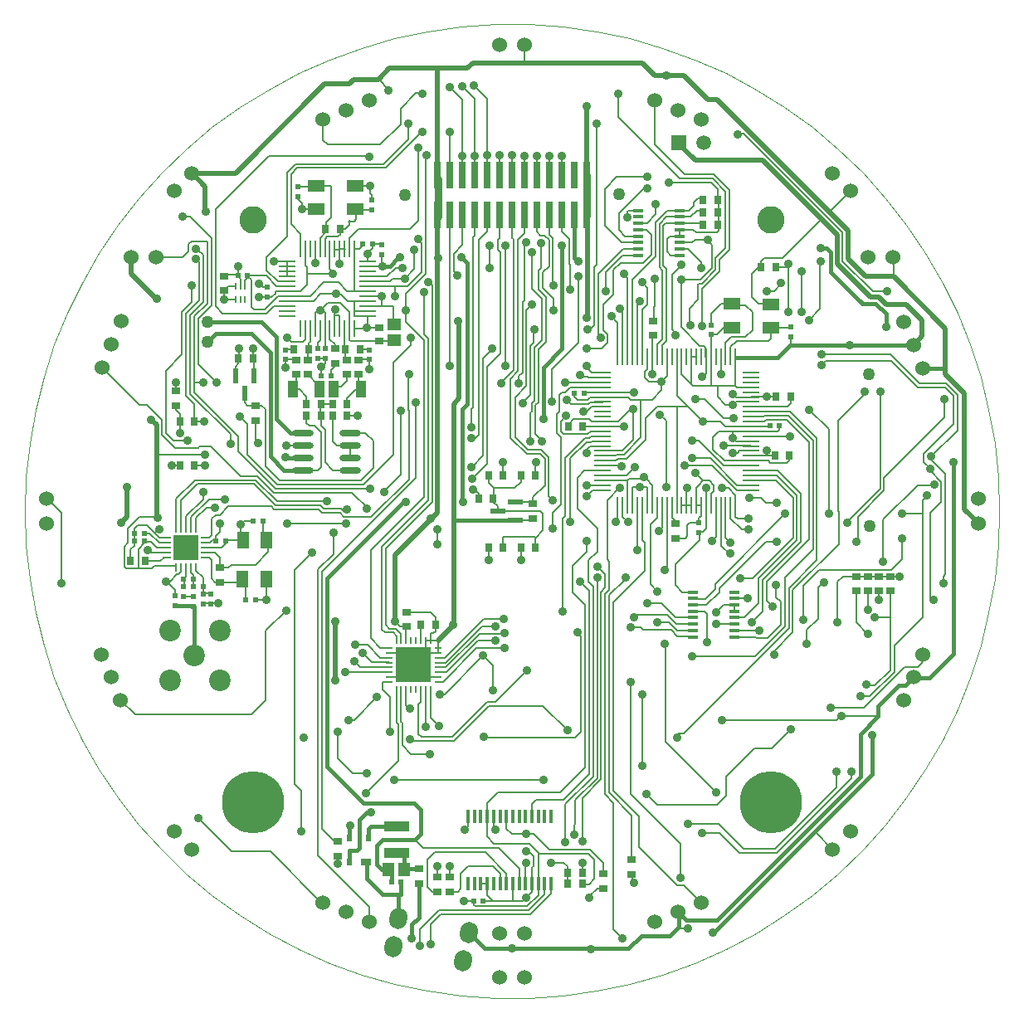
<source format=gbl>
%FSTAX23Y23*%
%MOIN*%
%SFA1B1*%

%IPPOS*%
%AMD50*
4,1,4,-0.033300,0.014400,-0.036200,-0.001000,0.033300,-0.014400,0.036200,0.001000,-0.033300,0.014400,0.0*
1,1,0.070900,-0.001500,-0.007700*
1,1,0.070900,0.001500,0.007700*
%
%ADD10C,0.015000*%
%ADD11R,0.035400X0.027600*%
%ADD18R,0.027600X0.035400*%
%ADD32R,0.019700X0.023600*%
%ADD33R,0.023600X0.019700*%
%ADD38C,0.020000*%
%ADD39C,0.008000*%
%ADD46C,0.003000*%
%ADD47C,0.060000*%
%ADD48C,0.050000*%
%ADD49C,0.086600*%
G04~CAMADD=50~3~0.0~0.0~866.0~709.0~0.0~0.0~0~0.0~0.0~0.0~0.0~0~0.0~0.0~0.0~0.0~0~0.0~0.0~0.0~79.1~736.0~860.0*
%ADD50D50*%
%ADD51C,0.059100*%
%ADD52R,0.059100X0.059100*%
%ADD53C,0.035000*%
%ADD54C,0.026000*%
%ADD55C,0.250000*%
%ADD56C,0.110000*%
%ADD57R,0.011400X0.065000*%
%ADD58R,0.065000X0.011400*%
%ADD59R,0.068900X0.011400*%
%ADD60R,0.011400X0.068900*%
%ADD61R,0.023600X0.059100*%
%ADD62O,0.009800X0.033500*%
%ADD63R,0.043300X0.066900*%
%ADD64O,0.009800X0.031500*%
%ADD65R,0.035400X0.031500*%
%ADD66O,0.086600X0.023600*%
%ADD67R,0.029100X0.110000*%
%ADD68R,0.017300X0.053900*%
%ADD69R,0.055100X0.047200*%
%ADD70R,0.031500X0.035400*%
%ADD71R,0.098400X0.098400*%
%ADD72O,0.033500X0.009800*%
%ADD73O,0.031500X0.009800*%
%ADD74R,0.141700X0.141700*%
%ADD75R,0.059100X0.023600*%
%ADD76R,0.023600X0.031500*%
%ADD77R,0.039400X0.031500*%
%ADD78R,0.047200X0.055100*%
%ADD79R,0.102400X0.043300*%
%ADD80R,0.041300X0.017300*%
%ADD81R,0.047200X0.070900*%
%ADD82R,0.070900X0.047200*%
%ADD83C,0.029100*%
%LNronecpuboard-v9-1*%
%LPD*%
G54D10*
X042Y04652D02*
Y05066D01*
X02993Y04759D02*
X03053Y04699D01*
X02775Y04759D02*
X02993D01*
X0281Y04715D02*
X02951D01*
X03028Y04638*
Y04221D02*
Y04638D01*
Y04221D02*
X03084Y04165D01*
X03053Y0437D02*
Y04699D01*
Y0437D02*
X03108Y04315D01*
X03084Y04165D02*
X0316D01*
X02775Y0468D02*
X0281Y04715D01*
X05503Y04741D02*
Y04792D01*
X04125Y04577D02*
X042Y04652D01*
X03797Y0502D02*
X03819Y04998D01*
Y04429D02*
Y04998D01*
X03605Y02828D02*
X03633Y028D01*
X03402Y02828D02*
X03605D01*
X05399Y03105D02*
X0547Y03176D01*
X04125Y04383D02*
Y04577D01*
X03633Y02705D02*
Y028D01*
X03608Y0268D02*
X03633Y02705D01*
X03282Y0332D02*
X03289D01*
X03703Y0348D02*
X03703Y0348D01*
X03607Y02679D02*
X03608Y0268D01*
X03347Y02735D02*
X03348Y02736D01*
X03347Y02688D02*
Y02735D01*
X03415Y02791D02*
X03434D01*
X03385Y02761D02*
X03415Y02791D01*
X03385Y02646D02*
Y02761D01*
X03377Y02638D02*
X03385Y02646D01*
X03347Y02638D02*
X03377D01*
X03347Y02591D02*
Y02638D01*
X03478Y02679D02*
X03607D01*
X03457Y02658D02*
X03478Y02679D01*
X03457Y0258D02*
Y02658D01*
Y02579D02*
Y0258D01*
X03477Y0256*
X03503*
X03515Y0251D02*
Y02546D01*
X03433Y02733D02*
X03535D01*
X03423Y02723D02*
X03433Y02733D01*
X03423Y02688D02*
Y02723D01*
X03415Y02524D02*
Y02591D01*
Y02524D02*
X0348Y02459D01*
X03625Y02368D02*
Y02505D01*
X03596Y02339D02*
X03625Y02368D01*
X03596Y02287D02*
Y02339D01*
X03554Y02459D02*
Y0251D01*
X0348Y02459D02*
X03554D01*
X03566Y02565D02*
Y02626D01*
X02721Y0342D02*
Y03618D01*
X0272Y03618D02*
X02721Y03618D01*
Y03416D02*
Y0342D01*
X02718Y0362D02*
X0272Y03618D01*
X03569Y02564D02*
X03625D01*
X03535Y02626D02*
X03566D01*
X03543Y02362D02*
Y02459D01*
X02775Y04759D02*
Y0476D01*
X03108Y04315D02*
X0316D01*
X0272Y03618D02*
X0272Y03618D01*
X02647Y0362D02*
X02718D01*
X04902Y04617D02*
X05065D01*
X05578Y033D02*
X05611Y03333D01*
X0547Y03217D02*
X05553Y033D01*
X04668Y02385D02*
X04698Y02356D01*
X04667Y02387D02*
X04668Y02385D01*
X0547Y03176D02*
Y03217D01*
X05553Y033D02*
X05578D01*
X0561Y03331D02*
X05613D01*
X05677*
X03089Y04215D02*
X0316D01*
X03089D02*
X0309Y04216D01*
X05649Y04574D02*
X0574D01*
X03767Y03963D02*
X04012D01*
X03795Y04039D02*
X03798Y04036D01*
X03801*
X03795Y04039D02*
X038Y04044D01*
Y0441*
X03564Y04037D02*
X03574D01*
X05677Y03331D02*
X05773Y03427D01*
Y04195*
X0425Y05018D02*
X0426Y05008D01*
X0425Y05018D02*
Y0519D01*
X038Y0441D02*
X03819Y04429D01*
X03485Y04985D02*
X03508D01*
X0354Y05017*
X03282Y0332D02*
X03289Y03327D01*
X04314Y02242D02*
X04467D01*
X04518Y02293*
X04632*
X04668Y02329*
Y02384*
X03888Y02243D02*
X04313D01*
X04315Y02241*
X03825Y02306D02*
X03888Y02243D01*
X05065Y04617D02*
X05115Y04667D01*
X05355D02*
X05611D01*
X05115D02*
X05355D01*
X03256Y02974D02*
X03402Y02828D01*
X03256Y02974D02*
Y03729D01*
X03564Y04037*
X05459Y04835D02*
X05503Y04792D01*
X05397Y04844D02*
X05398D01*
X05407Y04835*
X05459*
X0528Y04961D02*
X05397Y04844D01*
X0528Y04961D02*
Y05039D01*
X05232Y05063D02*
X05237Y05058D01*
X05261*
X0528Y05039*
X04698Y02356D02*
X04821D01*
X05399Y02934*
Y03105*
X05446Y02945D02*
Y03099D01*
X04805Y02304D02*
X05446Y02945D01*
G54D11*
X0297Y04424D03*
Y04365D03*
X05518Y03738D03*
Y03679D03*
X05473Y03738D03*
Y03679D03*
X05428Y03738D03*
Y03679D03*
X05383Y03738D03*
Y03679D03*
X03288Y04653D03*
Y04594D03*
X03381Y04549D03*
Y04608D03*
X03336Y04549D03*
Y04608D03*
X03134Y04549D03*
Y04608D03*
X0265Y04425D03*
Y04484D03*
X04655Y0389D03*
Y03949D03*
X02825Y03715D03*
Y03774D03*
X04365Y02544D03*
Y02485D03*
X04082Y03971D03*
Y0403D03*
X03179Y04549D03*
Y04608D03*
X033Y02615D03*
Y02674D03*
X037Y02529D03*
Y0247D03*
X0375Y02529D03*
Y0247D03*
X03625Y02505D03*
Y02564D03*
X0448Y02599D03*
Y0254D03*
G54D18*
X02959Y04615D03*
X029D03*
X03173Y04429D03*
X03232D03*
X03337D03*
X03278D03*
X0333Y0465D03*
X03389D03*
X03183Y04649D03*
X03124D03*
X04035Y03855D03*
X04094D03*
X03905D03*
X03964D03*
X04825Y0515D03*
X04766D03*
X04825Y052D03*
X04766D03*
X04825Y0525D03*
X04766D03*
X03173Y04384D03*
X03232D03*
X05Y0498D03*
X05059D03*
X03249Y05132D03*
X03308D03*
X03691Y03543D03*
X03632D03*
X02724Y04185D03*
X02665D03*
X02724Y0436D03*
X02665D03*
X05119Y0446D03*
X0506D03*
X02526Y038D03*
X02467D03*
X03865Y0405D03*
X03924D03*
X03964Y04145D03*
X03905D03*
X04094D03*
X04035D03*
X04281Y02502D03*
X04222D03*
Y02547D03*
X04281D03*
G54D32*
X03089Y04609D03*
Y04648D03*
X03248Y04653D03*
Y04614D03*
X03218Y04653D03*
Y04614D03*
X03435Y05249D03*
Y0521D03*
X0314Y05265D03*
Y05304D03*
X048Y04748D03*
Y04709D03*
X0512Y04739D03*
Y047D03*
X0475Y03954D03*
Y03915D03*
X02647Y03659D03*
Y0362D03*
X0272Y03618D03*
Y03657D03*
X0268Y03658D03*
Y03697D03*
X0276Y03628D03*
Y03667D03*
X0279Y03628D03*
Y03667D03*
X03426Y04609D03*
Y04648D03*
X03475Y05069D03*
Y0503D03*
X03015Y04899D03*
Y0486D03*
G54D33*
X03233Y04544D03*
X03272D03*
X02937Y04948D03*
X02898D03*
X04289Y04475D03*
X0425D03*
X05074Y04345D03*
X05035D03*
X0268Y03728D03*
X02719D03*
X02759Y03698D03*
X0272D03*
X02482Y0388D03*
X02521D03*
X02482Y0391D03*
X02521D03*
X0281Y0388D03*
X02849D03*
X0296Y0396D03*
X02999D03*
X02969Y03645D03*
X0293D03*
X03515Y0251D03*
X03554D03*
X03845Y02435D03*
X03884D03*
X03439Y05075D03*
X034D03*
G54D38*
X02712Y05359D02*
X02767Y05304D01*
Y05203D02*
Y05304D01*
Y05203D02*
X02768Y05202D01*
X04301Y04779D02*
Y05188D01*
X043Y0519D02*
X04301Y05188D01*
X05501Y04831D02*
X05584D01*
X02571Y0398D02*
Y04347D01*
X0255Y04368D02*
X02571Y04347D01*
X05584Y04831D02*
X05647Y04768D01*
Y04703D02*
Y04768D01*
X05739Y0455D02*
Y04735D01*
X05531Y04943D02*
X05739Y04735D01*
X02889Y05358D02*
X03247Y05716D01*
X02722Y05358D02*
X02889D01*
X02715Y05365D02*
X02722Y05358D01*
X03247Y05716D02*
X03347D01*
X03363Y05732D02*
X03459D01*
X03347Y05716D02*
X03363Y05732D01*
X037Y0578D02*
X0382D01*
X037Y0535D02*
Y0578D01*
X03507D02*
X037D01*
X05816Y04008D02*
Y04473D01*
X05739Y0455D02*
X05816Y04473D01*
X05619Y04675D02*
X05647Y04703D01*
X0247Y0502D02*
Y05041D01*
X05816Y04008D02*
X05872Y03952D01*
Y0395D02*
Y03952D01*
X05649Y04574D02*
Y04574D01*
X03703Y0348D02*
X03765Y03542D01*
X03289Y03327D02*
Y03557D01*
X03528Y03555D02*
Y03558D01*
Y03558*
Y03823*
X02452Y03976D02*
Y04097D01*
X0243Y03954D02*
X02452Y03976D01*
X0247Y04952D02*
Y0502D01*
X0467Y05474D02*
Y0548D01*
Y05474D02*
X04735Y05409D01*
X03765Y03542D02*
Y04431D01*
X03786Y04452*
Y04763*
X037Y03995D02*
Y0519D01*
X03528Y03823D02*
X037Y03995D01*
X043Y0535D02*
Y05626D01*
Y05632*
X04572Y05751D02*
X04616D01*
X0469Y0575D02*
X04786Y05654D01*
X04627Y0575D02*
X0469D01*
X03459Y05732D02*
X03465Y05738D01*
X03507Y0578*
X0247Y04952D02*
X02571Y0485D01*
X02571Y0398D02*
X02574Y03977D01*
X05471Y04861D02*
X05501Y04831D01*
X05439Y04861D02*
X05471D01*
X05419Y04943D02*
X05531D01*
X04786Y05654D02*
X04824D01*
X0382Y0578D02*
X03841Y05801D01*
X04522D02*
X04572Y05751D01*
X03841Y05801D02*
X04055D01*
X04522*
X04735Y05409D02*
X05006D01*
X05305Y04994D02*
X05439Y04861D01*
X05349Y05012D02*
X05419Y04943D01*
X05349Y05012D02*
Y05128D01*
X05305Y04994D02*
Y0511D01*
X05006Y05409D02*
X05305Y0511D01*
X04824Y05654D02*
X05349Y05128D01*
G54D39*
X02698Y05042D02*
Y05072D01*
X02676Y0502D02*
X02698Y05042D01*
X0257Y0502D02*
X02676D01*
X02711Y05085D02*
X02772D01*
X02698Y05072D02*
X02711Y05085D01*
X02772D02*
X02775Y05082D01*
X02759Y04841D02*
Y05029D01*
X0274Y05048D02*
X02759Y05029D01*
X0274Y05048D02*
Y05056D01*
X02775Y04835D02*
Y05082D01*
X02791Y04828D02*
Y05096D01*
X02738Y04775D02*
X02791Y04828D01*
X02705Y05182D02*
X02791Y05096D01*
X02809Y04822D02*
Y05214D01*
X0433Y04746D02*
Y0498D01*
X04346Y04954D02*
X04446Y05054D01*
X04346Y04706D02*
Y04954D01*
X04339Y04989D02*
Y05555D01*
X0433Y0498D02*
X04339Y04989D01*
X04376Y04961D02*
X04443Y05028D01*
X04376Y04882D02*
Y04961D01*
X03614Y04435D02*
X03615Y04436D01*
X03614Y04135D02*
Y04435D01*
X04515Y04448D02*
X04517Y04446D01*
Y04296D02*
Y04446D01*
X05078Y03543D02*
Y03636D01*
X0506Y03654D02*
X05078Y03636D01*
X0506Y03654D02*
Y03703D01*
X04277Y03114D02*
Y03497D01*
X0426Y03514D02*
X04277Y03497D01*
X04293Y02971D02*
Y03623D01*
X04309Y02942D02*
Y03679D01*
X04325Y02935D02*
Y03698D01*
X04341Y02928D02*
Y03681D01*
X04357Y02922D02*
Y03675D01*
X04373Y02862D02*
Y03668D01*
X04389Y02869D02*
Y03662D01*
X04405Y02877D02*
Y03633D01*
X02188Y03714D02*
Y03992D01*
X05087Y05016D02*
X05243Y05172D01*
X05012Y05016D02*
X05087D01*
X05Y05004D02*
X05012Y05016D01*
X05Y0498D02*
Y05004D01*
X0476Y04978D02*
Y05001D01*
X04833Y04963D02*
Y0501D01*
X04817Y0497D02*
Y05016D01*
X04763Y04893D02*
X04833Y04963D01*
X04763Y04757D02*
Y04893D01*
X04761Y04915D02*
X04817Y0497D01*
X0475Y04915D02*
X04761D01*
X04747Y04911D02*
X0475Y04915D01*
X04801Y04977D02*
Y05071D01*
X04755Y04931D02*
X04801Y04977D01*
X0468Y04931D02*
X04755D01*
X04833Y0501D02*
X04873Y0505D01*
X04817Y05016D02*
X04857Y05056D01*
X04784Y05088D02*
X04801Y05071D01*
X04707Y05054D02*
X0476Y05001D01*
X04747Y04851D02*
Y04911D01*
X04857Y05056D02*
Y05284D01*
X04873Y0505D02*
Y05291D01*
X03058Y04923D02*
X03097D01*
X03014Y04968D02*
X03058Y04923D01*
X03012Y04946D02*
X03054Y04903D01*
X02946Y04946D02*
X03012D01*
X03054Y04903D02*
X03097D01*
X03014Y0502D02*
X03096Y05102D01*
X03014Y04968D02*
Y0502D01*
X03112Y05152D02*
X03149Y05114D01*
X03228Y05097D02*
X0325Y05119D01*
X03228Y05054D02*
Y05097D01*
X03257Y05102D02*
X03299D01*
X03248Y05093D02*
X03257Y05102D01*
X03248Y05054D02*
Y05093D01*
X03346Y05054D02*
Y05097D01*
X03308Y05111D02*
Y05132D01*
X03299Y05102D02*
X03307Y0511D01*
X02951Y04821D02*
Y04929D01*
X0294Y0494D02*
X02951Y04929D01*
X02927Y04927D02*
X0294Y0494D01*
X02951Y04821D02*
X02961Y04811D01*
X02836Y04795D02*
X03013D01*
X02908Y04905D02*
Y04932D01*
X02895Y04944D02*
X02908Y04932D01*
X02895Y04944D02*
X02898Y04948D01*
X02927Y04905D02*
Y04927D01*
X02969Y04281D02*
Y04364D01*
Y04281D02*
X02978Y04272D01*
X03008Y04181D02*
Y04409D01*
X02993Y04424D02*
X03008Y04409D01*
X03067Y04123D02*
X03392D01*
X03008Y04181D02*
X03067Y04123D01*
X03441Y04172D02*
Y04282D01*
X03408Y04315D02*
X03441Y04282D01*
X03349Y04315D02*
X03408D01*
X03392Y04123D02*
X03441Y04172D01*
X0297Y04424D02*
X02993D01*
X02901Y04619D02*
Y04655D01*
X02959Y04615D02*
Y0465D01*
X029Y04592D02*
Y04608D01*
X02888Y0458D02*
X029Y04592D01*
X02888Y04545D02*
Y0458D01*
X02963Y04545D02*
Y04608D01*
X02926Y04436D02*
Y04474D01*
Y04436D02*
X02937Y04424D01*
X0297*
X03055Y0404D02*
X03255D01*
X0297Y04125D02*
X03055Y0404D01*
X04815Y03707D02*
X05097Y03989D01*
X04815Y03687D02*
Y03707D01*
X0531Y04365D02*
X0542Y04475D01*
X0531Y04001D02*
Y04365D01*
Y04001D02*
X05312Y03999D01*
X04772Y03597D02*
X04783Y03587D01*
X04726Y03597D02*
X04772D01*
X04783Y03479D02*
Y03587D01*
X04779Y03623D02*
X04831Y03675D01*
Y0369*
X05019Y03878*
X04775Y03647D02*
X04815Y03687D01*
X05026Y03491D02*
X05078Y03543D01*
X05095Y03536D02*
Y03734D01*
X05111Y03529D02*
Y03689D01*
X05127Y03512D02*
Y03683D01*
X04975Y03417D02*
X05095Y03536D01*
X04688Y03106D02*
X05111Y03529D01*
X05053Y03438D02*
X05127Y03512D01*
X04893Y03649D02*
X04947D01*
X04848Y03624D02*
X04886D01*
X04825Y03601D02*
X04848Y03624D01*
X05019Y03878D02*
X05062D01*
X04598Y03631D02*
X04657Y03572D01*
X04543Y03631D02*
X04598D01*
X0466Y03546D02*
X04723D01*
X04624Y03582D02*
X0466Y03546D01*
X04507Y03582D02*
X04624D01*
X04657Y03572D02*
X04718D01*
X04588Y03553D02*
X04629D01*
X04661Y03521*
X04713*
X04664Y03496D02*
X04722D01*
X04638Y03522D02*
X04664Y03496D01*
X04527Y03522D02*
X04638D01*
X04299Y03837D02*
Y0388D01*
X04242Y0378D02*
X04299Y03837D01*
X04242Y03673D02*
Y0378D01*
X04261Y04009D02*
X04341Y03929D01*
Y03838D02*
Y03929D01*
X04307Y03804D02*
X04341Y03838D01*
X04307Y03716D02*
Y03804D01*
Y03716D02*
X04325Y03698D01*
X04278Y03709D02*
X04309Y03679D01*
X04278Y03709D02*
Y03718D01*
X04342Y03682D02*
Y0373D01*
X04341Y03681D02*
X04342Y03682D01*
X04374Y03692D02*
Y03747D01*
X04357Y03675D02*
X04374Y03692D01*
X0439Y03685D02*
Y03798D01*
X04373Y03668D02*
X0439Y03685D01*
X04342Y0373D02*
X04343Y03731D01*
X04452Y03725D02*
X04457D01*
X04389Y03662D02*
X04452Y03725D01*
X04381Y03807D02*
X0439Y03798D01*
X04421Y03649D02*
X04423D01*
X04405Y03633D02*
X04421Y03649D01*
X04373Y02862D02*
X04407Y02828D01*
X04389Y02869D02*
X0448Y02778D01*
X04214Y02824D02*
X04325Y02935D01*
X04252Y02839D02*
X04341Y02928D01*
X04252Y03089D02*
X04277Y03114D01*
X04242Y03673D02*
X04293Y03623D01*
X04192Y02871D02*
X04293Y02971D01*
X04205Y02839D02*
X04309Y02942D01*
X04282Y02847D02*
X04357Y02922D01*
X04405Y02877D02*
X04509Y02772D01*
X02666Y04361D02*
Y0439D01*
X0265Y04406D02*
X02666Y0439D01*
X0265Y04406D02*
Y04425D01*
X02723Y04518D02*
X02758D01*
X0265Y04484D02*
Y04518D01*
X02593Y04308D02*
X02647Y04254D01*
X02552Y04407D02*
X02593Y04366D01*
Y04308D02*
Y04366D01*
X02609Y04564D02*
X02674Y04629D01*
X02609Y04314D02*
Y04564D01*
Y04314D02*
X0264Y04283D01*
X02674Y04629D02*
Y04801D01*
X05059Y0498D02*
X0511D01*
X04607Y04986D02*
X04618Y04974D01*
X04601Y04668D02*
X04618Y04684D01*
X04591Y04979D02*
X04602Y04967D01*
X04582Y04671D02*
X04602Y04691D01*
Y04967*
X04618Y04684D02*
Y04974D01*
X04641Y0495D02*
X04676Y04985D01*
X04641Y04729D02*
Y0495D01*
X04676Y04985D02*
X0468D01*
Y04992*
Y0474D02*
Y04931D01*
X04641Y04729D02*
X04655Y04715D01*
X04711Y04815D02*
X04747Y04851D01*
X04711Y04754D02*
Y04815D01*
X02485Y03182D02*
X02952D01*
X02427Y0324D02*
X02485Y03182D01*
X03323Y03978D02*
X03434D01*
X02709Y03976D02*
X02781Y04048D01*
X02838*
X02771Y04015D02*
X02803D01*
X02729Y03973D02*
X02771Y04015D01*
X02729Y0393D02*
Y03973D01*
X02709Y0393D02*
Y03976D01*
X02759Y04048D02*
Y04078D01*
X0269Y03979D02*
X02759Y04048D01*
X0269Y0393D02*
Y03979D01*
X03043Y04075D02*
X03356D01*
X03049Y04091D02*
X03428D01*
X02899Y04241D02*
Y04301D01*
X03056Y04107D02*
X03402D01*
X02935Y04228D02*
Y04351D01*
Y04228D02*
X03056Y04107D01*
X02899Y04241D02*
X03049Y04091D01*
X02726Y04125D02*
X0297D01*
X02737Y04109D02*
X02963D01*
X02977Y04141D02*
X03043Y04075D01*
X02909Y04141D02*
X02977D01*
X0279Y0426D02*
X02909Y04141D01*
X02744Y0426D02*
X0279D01*
X02738Y04254D02*
X02744Y0426D01*
X02647Y04254D02*
X02738D01*
X0265Y04049D02*
X02726Y04125D01*
X0267Y04042D02*
X02737Y04109D01*
X03866Y0509D02*
X039Y05124D01*
X03866Y04308D02*
Y0509D01*
X0384Y0413D02*
X03899Y04189D01*
X03838Y04177D02*
X03883Y04222D01*
Y04615*
X03899Y04189D02*
Y0458D01*
X03954Y04635*
X03883Y04615D02*
X03921Y04653D01*
X04801Y03879D02*
X04818Y03896D01*
X04796Y04212D02*
X04904Y04104D01*
X04723Y04212D02*
X04796D01*
X04807Y04247D02*
X04851Y04202D01*
X04807Y04247D02*
Y04298D01*
X04848Y04183D02*
X04959D01*
X0475Y04282D02*
X04848Y04183D01*
X04733Y04282D02*
X0475D01*
X04803Y04183D02*
X04901Y04084D01*
X04691Y04183D02*
X04803D01*
X04904Y04104D02*
X04959D01*
X04901Y04084D02*
X04959D01*
X04886Y04468D02*
Y04471D01*
Y04469D02*
X0489D01*
X04902Y04498D02*
X04959D01*
X04897Y04504D02*
X04902Y04498D01*
X04856Y04428D02*
X04883D01*
X04825Y04459D02*
X04856Y04428D01*
X0468Y04549D02*
X04725Y04505D01*
X04123Y04896D02*
X04167Y04852D01*
Y04819D02*
Y04852D01*
X03664Y04922D02*
X03678Y04908D01*
Y04037D02*
Y04908D01*
X03908Y04989D02*
Y05066D01*
Y04989D02*
X0392Y04977D01*
X03908Y04978D02*
X03919D01*
X03954Y04635D02*
Y05039D01*
X03942Y05051D02*
X03954Y05039D01*
X04005Y04566D02*
Y05092D01*
X04Y05097D02*
X04005Y05092D01*
X04Y05097D02*
Y0519D01*
X03843Y05099D02*
X0385Y05106D01*
X03843Y04418D02*
Y05099D01*
X0385Y05106D02*
Y0519D01*
X039Y05124D02*
Y0519D01*
X04574Y05648D02*
X04574Y05649D01*
X04574Y05473D02*
Y05648D01*
Y05473D02*
X04692Y05355D01*
X04805Y05336D02*
X04857Y05284D01*
X04674Y05336D02*
X04805D01*
X04809Y05355D02*
X04873Y05291D01*
X04825Y0525D02*
Y05292D01*
X04798Y0532D02*
X04825Y05292D01*
X0463Y0532D02*
X04798D01*
X04692Y05355D02*
X04809D01*
X04425Y05585D02*
X04674Y05336D01*
X04419Y05342D02*
X04526D01*
X04371Y05294D02*
X04419Y05342D01*
X04371Y05147D02*
Y05294D01*
X0453Y05298D02*
X04541D01*
X0443Y05198D02*
X0453Y05298D01*
X0443Y05129D02*
Y05198D01*
X04526Y05342D02*
X04534Y0535D01*
X04541Y05343*
X04453Y05105D02*
X04507D01*
X0443Y05129D02*
X04453Y05105D01*
X04446Y05054D02*
X04513D01*
X04446D02*
D01*
X04435Y04998D02*
X04527D01*
X04407Y04969D02*
X04435Y04998D01*
X04407Y04871D02*
Y04969D01*
X04443Y05028D02*
X04507D01*
X04527Y04998D02*
X04559Y05029D01*
X04447Y04953D02*
X04464Y04936D01*
X0468Y0474D02*
X04754Y04665D01*
X04482Y0493D02*
X04499Y04947D01*
X04482Y0462D02*
Y0493D01*
Y0462D02*
X04483Y04619D01*
X04512Y04845D02*
X04514Y04843D01*
X05773Y0435D02*
Y04462D01*
X05738Y04497D02*
X05773Y04462D01*
X05628Y04497D02*
X05738D01*
X0579Y04325D02*
Y04467D01*
X05744Y04513D02*
X0579Y04467D01*
X05635Y04513D02*
X05744D01*
X05653Y04231D02*
X05773Y0435D01*
X05518Y0463D02*
X05635Y04513D01*
X05522Y04603D02*
X05628Y04497D01*
X0526Y04603D02*
X05522D01*
X05243Y04586D02*
X0526Y04603D01*
X05242Y04586D02*
X05243D01*
X02641Y02713D02*
X02641Y02712D01*
X03232Y02428D02*
X03239D01*
X03029Y02632D02*
X03232Y02428D01*
X02872Y02632D02*
X03029D01*
X0322Y02616D02*
Y03766D01*
X03425Y0235D02*
Y0241D01*
X0322Y02616D02*
X03425Y0241D01*
X03558Y03059D02*
Y03151D01*
X03554Y03154D02*
Y03283D01*
Y03154D02*
X03558Y03151D01*
X03542Y02997D02*
Y03145D01*
X03535Y03151D02*
X03542Y03145D01*
X03535Y03151D02*
Y03283D01*
X03558Y03059D02*
X03593Y03024D01*
X03411Y02866D02*
X03542Y02997D01*
X04059Y02449D02*
X04079Y02469D01*
X03629Y02319D02*
X03706Y02396D01*
X0406Y02412D02*
X04105Y02456D01*
X03851Y02412D02*
X0406D01*
X03845Y02417D02*
X03851Y02412D01*
X04067Y02396D02*
X0413Y02459D01*
X03706Y02396D02*
X04067D01*
X04074Y0238D02*
X04156Y02462D01*
X03712Y0238D02*
X04074D01*
X03674Y02341D02*
X03712Y0238D01*
X03845Y02417D02*
Y02435D01*
X03884D02*
X04044D01*
X039Y02457D02*
X03923Y02435D01*
X039Y02457D02*
Y02505D01*
X04044Y02435D02*
X04053Y02444D01*
X04079Y02569D02*
X04085Y02575D01*
X04068Y02631D02*
X04085Y02614D01*
Y02575D02*
Y02614D01*
X04061Y02631D02*
X04068D01*
X04058Y02634D02*
X04061Y02631D01*
X03899Y02727D02*
X039Y02728D01*
X03899Y02692D02*
Y02727D01*
Y02692D02*
X03927Y02664D01*
X03892Y0263D02*
X03977Y02545D01*
X03688Y0263D02*
X03892D01*
X03659Y02601D02*
X03688Y0263D01*
X03608Y0268D02*
X03642Y02646D01*
X04069Y02664D02*
X04105Y02628D01*
X03927Y02664D02*
X04069D01*
X0433Y02522D02*
Y026D01*
X04305Y02625D02*
X0433Y026D01*
X04105Y02625D02*
X04305D01*
X04366Y02544D02*
Y02587D01*
X04312Y02641D02*
X04366Y02587D01*
X04148Y02641D02*
X04312D01*
X04309Y02501D02*
X0433Y02522D01*
X04281Y02501D02*
X04309D01*
X0486Y02932D02*
X04974Y03046D01*
X0486Y02857D02*
Y02932D01*
X04824Y02821D02*
X0486Y02857D01*
X04581Y02821D02*
X04824D01*
X0472Y03623D02*
X04779D01*
X0473Y03647D02*
X04775D01*
X05006Y03596D02*
Y03724D01*
X04964Y03554D02*
X05006Y03596D01*
X04963Y03554D02*
X04964D01*
X05042Y03046D02*
X05119Y03123D01*
X04974Y03046D02*
X05042D01*
X05494Y04082D02*
Y04135D01*
X0539Y03978D02*
X05494Y04082D01*
X0539Y03878D02*
Y03978D01*
X05478Y04089D02*
Y0448D01*
X05344Y03955D02*
X05478Y04089D01*
X05344Y03954D02*
Y03955D01*
X05494Y04135D02*
X05737Y04378D01*
Y0445*
X05312Y03868D02*
Y03999D01*
X0549Y03966D02*
X05629Y04105D01*
X0549Y03788D02*
Y03966D01*
X05489Y03787D02*
X0549Y03788D01*
X0517Y037D02*
X05234Y03764D01*
X0517Y03564D02*
Y037D01*
X05473Y03636D02*
Y03644D01*
X05472Y03635D02*
X05473Y03636D01*
X05127Y03683D02*
X05312Y03868D01*
X04843Y04093D02*
X04869D01*
X04897Y04064*
X05018Y04035D02*
X05062D01*
X04999Y04054D02*
X05018Y04035D01*
X04956Y04054D02*
X04999D01*
X05128Y03892D02*
Y04055D01*
X05059Y04124D02*
X05128Y04055D01*
X04959Y04124D02*
X05059D01*
X05144Y03885D02*
Y04062D01*
X05062Y04143D02*
X05144Y04062D01*
X04959Y04143D02*
X05062D01*
X0516Y03878D02*
Y04069D01*
X05065Y04163D02*
X0516Y04069D01*
X04959Y04163D02*
X05065D01*
X05022Y03717D02*
X05192Y03887D01*
X05022Y03641D02*
Y03717D01*
Y03641D02*
X05046Y03617D01*
X0499Y03631D02*
Y03731D01*
X04931Y03572D02*
X0499Y03631D01*
X05006Y03724D02*
X0516Y03878D01*
X0499Y03731D02*
X05144Y03885D01*
X04966Y0373D02*
X05128Y03892D01*
X04915Y0373D02*
X04966D01*
X05192Y03887D02*
Y04278D01*
X04981Y03491D02*
X05026D01*
X04024Y05091D02*
X0405Y05117D01*
X04024Y04562D02*
Y05091D01*
X03942Y05051D02*
Y05089D01*
X0395Y05097*
Y0519*
X03921Y04653D02*
X03926D01*
X04131Y04105D02*
Y0421D01*
X04112Y04229D02*
X04131Y0421D01*
X04058Y04229D02*
X04112D01*
X04147Y04059D02*
Y04217D01*
X04117Y04247D02*
X04147Y04217D01*
X04063Y04247D02*
X04117D01*
X04073Y04396D02*
X04078Y04401D01*
X04073Y04289D02*
Y04396D01*
X04012Y04458D02*
X04057Y04503D01*
X04012Y04298D02*
Y04458D01*
X03992Y04295D02*
Y0453D01*
Y04295D02*
X04058Y04229D01*
X04012Y04298D02*
X04063Y04247D01*
X03957Y04514D02*
Y04518D01*
X03992Y0453D02*
X04024Y04562D01*
X03957Y04518D02*
X04005Y04566D01*
X04039Y04555D02*
X0404D01*
X04026Y04542D02*
X04039Y04555D01*
X04026Y04519D02*
Y04542D01*
X0404Y04555D02*
X04041Y04556D01*
Y04839*
X04619Y041D02*
Y04362D01*
X04594Y04387D02*
X04619Y04362D01*
X04584Y0442D02*
X04704D01*
X04537Y04373D02*
X04584Y0442D01*
X04537Y04288D02*
Y04373D01*
X04299Y04278D02*
X04317D01*
X04234Y04213D02*
X04299Y04278D01*
X04214Y04215D02*
X04292Y04294D01*
X04214Y03979D02*
Y04215D01*
X04292Y04294D02*
X0431D01*
X04234Y03959D02*
Y04213D01*
Y03959D02*
X04235Y03958D01*
X04204Y0397D02*
X04214Y03979D01*
X04196Y04026D02*
Y04298D01*
X04164Y03994D02*
X04196Y04026D01*
X04204Y03945D02*
X04204Y03945D01*
X04204Y03598D02*
Y03945D01*
X04261Y04135D02*
X04289Y04163D01*
X04261Y04009D02*
Y04135D01*
X04362Y0434D02*
X04446D01*
X04474Y04408D02*
X04484D01*
X04849Y04373D02*
X04888D01*
X03096Y03949D02*
X03327D01*
X0416Y04441D02*
Y04571D01*
X04094Y04309D02*
Y04426D01*
Y04309D02*
X04118Y04285D01*
X04089Y04443D02*
Y04657D01*
X04078Y04432D02*
X04089Y04443D01*
X04078Y04401D02*
Y04432D01*
X04105Y04437D02*
Y0465D01*
X04094Y04426D02*
X04105Y04437D01*
Y0465D02*
X04136Y04681D01*
X04073Y04467D02*
Y04663D01*
X04043Y04437D02*
X04073Y04467D01*
X04057Y04503D02*
Y04806D01*
X04089Y04657D02*
X04118Y04686D01*
X04073Y04663D02*
X04085Y04676D01*
X04057Y04806D02*
X0408Y04829D01*
X04041Y04839D02*
X0405Y04848D01*
X04085Y04676D02*
Y04725D01*
X04089Y04729*
X042Y04476D02*
X04211D01*
X0419Y04466D02*
X042Y04476D01*
X0419Y04399D02*
Y04466D01*
X04211Y04476D02*
X04233Y04498D01*
X04301*
X0418Y04389D02*
X0419Y04399D01*
X0418Y04314D02*
Y04389D01*
X04043Y04433D02*
Y04437D01*
X04118Y04686D02*
Y04855D01*
X04136Y04681D02*
Y04801D01*
X03851Y04293D02*
X03866Y04308D01*
X04286Y04399D02*
X04286Y044D01*
X04299*
X04319Y04419*
X0418Y04314D02*
X04196Y04298D01*
X04164Y03931D02*
Y03994D01*
X04321Y04084D02*
X04362D01*
X04311Y04074D02*
X04321Y04084D01*
X0431Y04074D02*
X04311D01*
X04297Y04061D02*
X0431Y04074D01*
X04204Y03945D02*
Y0397D01*
X04206Y0431D02*
X04304D01*
X04196Y04321D02*
Y04361D01*
Y04321D02*
X04206Y0431D01*
X04196Y04361D02*
X04214Y04379D01*
Y04383*
X04228Y0435D02*
X04247Y04369D01*
X04228Y04348D02*
Y0435D01*
X04247Y04369D02*
X04309D01*
X04223Y04343D02*
X04228Y04348D01*
X04298Y04248D02*
X04311Y04261D01*
X04362*
X04219Y04446D02*
X04236Y04429D01*
X0425Y0446D02*
X04262Y04448D01*
X0425Y0446D02*
Y04468D01*
X04243Y04475D02*
X0425Y04468D01*
X0432Y04281D02*
X04362D01*
X04317Y04278D02*
X0432Y04281D01*
X04317Y04301D02*
X04362D01*
X0431Y04294D02*
X04317Y04301D01*
X04315Y04321D02*
X04362D01*
X04304Y0431D02*
X04315Y04321D01*
X04309Y04369D02*
X04318Y0436D01*
X04262Y04448D02*
X04302D01*
X04344Y03777D02*
X04374Y03747D01*
X04589Y03921D02*
X0459D01*
X04601Y03932*
X04555Y03706D02*
X04583Y03678D01*
X04555Y03706D02*
Y03946D01*
X04582Y03973*
Y04022*
X04417Y03959D02*
X04424Y03966D01*
Y04022*
X04444Y03978D02*
X04465Y03958D01*
X04444Y03978D02*
Y04022D01*
X03906Y03796D02*
Y03804D01*
X04036Y03793D02*
Y03803D01*
X04035Y03792D02*
X04036Y03793D01*
X04163Y0393D02*
X04164Y03931D01*
X04601Y03932D02*
Y04022D01*
X04621Y03979D02*
X04623Y03978D01*
Y03779D02*
Y03978D01*
X0461Y03766D02*
X04623Y03779D01*
X04641Y03975D02*
X04659Y03958D01*
X04704Y03899D02*
Y03944D01*
X04695Y0389D02*
X04704Y03899D01*
X04667Y0389D02*
X04695D01*
X04704Y03944D02*
X04714Y03954D01*
X04828Y02743D02*
X04929Y02642D01*
X04705Y02743D02*
X04828D01*
X04832Y02706D02*
X04912Y02626D01*
X04763Y02706D02*
X04832D01*
X03926Y02719D02*
X03933D01*
X03926D02*
Y02774D01*
X04248Y02738D02*
X04252Y02742D01*
X04248Y02701D02*
Y02738D01*
X04247Y027D02*
X04248Y02701D01*
X04252Y02742D02*
Y02839D01*
X04282Y0267D02*
Y02847D01*
X04086Y02703D02*
X04148Y02641D01*
X04214Y02671D02*
Y02824D01*
X04Y02703D02*
X04086D01*
X03947Y02646D02*
X04028Y02564D01*
X03642Y02646D02*
X03947D01*
X03807Y02719D02*
X03823Y02735D01*
X05732Y03711D02*
Y03738D01*
X0574Y03747D02*
Y0415D01*
X05683Y04207D02*
X0574Y0415D01*
X05732Y03738D02*
X0574Y03747D01*
X05683Y04207D02*
Y04219D01*
X03823Y02735D02*
Y02774D01*
X05691Y03642D02*
X05694D01*
X0568Y03653D02*
X05691Y03642D01*
X0568Y03653D02*
Y03992D01*
X05724Y04037*
Y04118*
X0568Y04162D02*
X05724Y04118D01*
X0568Y04162D02*
Y04169D01*
X05653Y04196D02*
X05681Y04169D01*
X05653Y04196D02*
Y04231D01*
X05684Y04219D02*
X0579Y04325D01*
X05242Y0463D02*
X05518D01*
X05109Y048D02*
Y04994D01*
X04399Y04782D02*
X04424Y04756D01*
Y04619D02*
Y04756D01*
X0436Y04652D02*
X04384Y04676D01*
Y04709*
X04366Y04727D02*
X04384Y04709D01*
X04366Y04727D02*
Y0483D01*
X04407Y04871*
X04434Y04815D02*
X04444Y04805D01*
Y04619D02*
Y04805D01*
X04313Y04729D02*
X0433Y04746D01*
X04346Y04706D02*
X04355Y04697D01*
X04521Y0492D02*
X04543Y04897D01*
X04464Y04737D02*
Y04936D01*
X04575Y05022D02*
Y05161D01*
X045Y04947D02*
X04575Y05022D01*
X04499Y04947D02*
X045D01*
X04559Y05029D02*
Y05111D01*
X04572Y04823D02*
Y04935D01*
X04568Y04819D02*
X04572Y04823D01*
X04893Y03495D02*
X04977D01*
X04981Y03491*
X04722Y03417D02*
X04975D01*
X04667Y03106D02*
X04688D01*
X05053Y0342D02*
Y03438D01*
X05229Y03694D02*
X0525Y03715D01*
X05229Y03568D02*
Y03694D01*
X05183Y03522D02*
X05229Y03568D01*
X0525Y03715D02*
X05253D01*
X05095Y03734D02*
X05208Y03847D01*
X05111Y03689D02*
X05224Y03803D01*
X02838Y04048D02*
X02841Y04045D01*
X02844Y04048*
X0352Y04935D02*
X03568D01*
X0408Y04829D02*
Y04837D01*
X02809Y04822D02*
X02836Y04795D01*
X02676Y05182D02*
X02705D01*
X02722Y04782D02*
X02775Y04835D01*
X02722Y04478D02*
X02899Y04301D01*
X02706Y04471D02*
Y04788D01*
X0269Y04465D02*
Y04795D01*
X02706Y04471D02*
X02868Y04309D01*
X02706Y04788D02*
X02759Y04841D01*
X0269Y04465D02*
X02724Y0443D01*
X0269Y04795D02*
X02741Y04846D01*
X02674Y04801D02*
X02711Y04839D01*
X02868Y04271D02*
Y04309D01*
X02724Y0436D02*
Y0443D01*
X02552Y04407D02*
Y04408D01*
X02533Y04427D02*
X02552Y04408D01*
X02502Y04427D02*
X02533D01*
X02579Y04228D02*
X02765D01*
X02729Y04185D02*
X02766D01*
X02722Y04478D02*
Y04782D01*
X02738Y04589D02*
X02811Y04516D01*
X02711Y04839D02*
Y04906D01*
X02728Y05012D02*
X02741Y04999D01*
Y04846D02*
Y04999D01*
X02738Y04589D02*
Y04775D01*
X03847Y05709D02*
X039Y05656D01*
Y05429D02*
Y05656D01*
X038Y05707D02*
X0385Y05657D01*
Y05427D02*
Y05657D01*
X03749Y05705D02*
X038Y05654D01*
Y05426D02*
Y05654D01*
X05383Y03738D02*
X05428D01*
X05307Y03716D02*
X05329Y03738D01*
X05518Y03738D02*
X05555D01*
X03865Y0405D02*
Y04069D01*
X03479Y03284D02*
Y03313D01*
Y03284D02*
Y03284D01*
X0351Y03254*
X03479Y03313D02*
X03505D01*
X03365Y03161D02*
X03457Y03253D01*
X03342Y03161D02*
X03365D01*
X0351Y03115D02*
Y03254D01*
X03709Y03264D02*
X03729D01*
X03884Y03419*
X03527Y03558D02*
Y03559D01*
X03549Y03537D02*
X03575D01*
X03491Y03542D02*
X03505Y03528D01*
X03534*
X03554Y03507*
Y0348D02*
Y03507D01*
X03491Y03542D02*
Y0385D01*
X03535Y0348D02*
Y03498D01*
X03522Y03512D02*
X03535Y03498D01*
X03488Y03512D02*
X03522D01*
X03475Y0356D02*
Y03856D01*
Y03559D02*
Y0356D01*
Y03525D02*
Y0356D01*
Y03525D02*
X03488Y03512D01*
X03691Y03517D02*
Y03543D01*
X03692Y03547D02*
Y03574D01*
X03673Y03592D02*
X03692Y03574D01*
X03575Y03592D02*
X03673D01*
X03924Y03281D02*
Y03379D01*
X03884Y03419D02*
X03924Y03379D01*
X03762Y03542D02*
X03765D01*
X03885Y03568D02*
X03967D01*
X03878Y03538D02*
X03925D01*
X0387Y03508D02*
X03918D01*
X03864Y03479D02*
X03931D01*
X03737Y03352D02*
X03864Y03479D01*
X03734Y03372D02*
X0387Y03508D01*
X03732Y03391D02*
X03878Y03538D01*
X03729Y03411D02*
X03885Y03568D01*
X03702Y03411D02*
X03729D01*
X03702Y03391D02*
X03732D01*
X03702Y03372D02*
X03734D01*
X03702Y03352D02*
X03737D01*
X03857Y03449D02*
X03968D01*
X03721Y03313D02*
X03857Y03449D01*
X03702Y03313D02*
X03721D01*
X03968Y03449D02*
X03969Y0345D01*
X03918Y03508D02*
X03918Y03508D01*
X03925Y03538D02*
X03926Y03538D01*
X04055Y02448D02*
X04058Y02445D01*
X04053Y02444D02*
X04058Y02445D01*
X04079Y02469D02*
Y02503D01*
X04105Y02456D02*
Y02505D01*
X0413Y02459D02*
Y02505D01*
X04156Y02462D02*
Y02505D01*
X0472Y0451D02*
Y04619D01*
X05208Y03847D02*
Y04285D01*
X05117Y04399D02*
X05224Y04292D01*
X05103Y04366D02*
X05192Y04278D01*
X0511Y04382D02*
X05208Y04285D01*
X0489Y04469D02*
X049Y04458D01*
X049Y04439D02*
X049Y04439D01*
X04887Y04428D02*
X049Y04439D01*
X04886Y04425D02*
X04887Y04428D01*
Y04309D02*
Y04321D01*
X049Y04439D02*
X04959D01*
X0483Y04321D02*
X04887D01*
X04957Y04263D02*
X04959Y04261D01*
X04886Y04234D02*
X04892D01*
X04893Y04233*
X04914Y04242D02*
X04959D01*
X04905Y04233D02*
X04914Y04242D01*
X04893Y04233D02*
X04905D01*
X04807Y04298D02*
X0483Y04321D01*
X049Y04281D02*
X04959D01*
X0512Y04434D02*
Y04463D01*
X05105Y04419D02*
X0512Y04434D01*
X04959Y04419D02*
X05105D01*
X05023Y04222D02*
Y04244D01*
X04766Y04122D02*
X04791D01*
X04687Y04183D02*
X04691D01*
X04433D02*
X0444D01*
X04414Y04244D02*
X04442D01*
X04362Y04242D02*
X04412D01*
X04362Y04222D02*
X04363Y04223D01*
X04515Y04448D02*
X04561D01*
X04476D02*
X04515D01*
Y04449*
X04599Y04486D02*
Y04518D01*
X04561Y04448D02*
X04599Y04486D01*
X04466Y04458D02*
X04476Y04448D01*
X04313Y04458D02*
X04466D01*
X04621Y04545D02*
Y04619D01*
X0455Y04519D02*
X04595D01*
X04533Y04537D02*
X0455Y04519D01*
X04533Y04537D02*
Y04561D01*
X04542Y04571*
Y04619*
X04447Y04478D02*
X04489D01*
X04601Y04619D02*
Y04668D01*
X04582Y04619D02*
Y04671D01*
X04764Y04539D02*
X04779Y04554D01*
Y04619*
X049Y04458D02*
X04959D01*
X04749Y04105D02*
X04766Y04122D01*
X04749Y04105D02*
X04749Y04105D01*
X04739Y04095D02*
X04749Y04105D01*
X04739Y04022D02*
Y04095D01*
X047Y04022D02*
Y0409D01*
X04562Y04022D02*
Y04105D01*
X05183Y03468D02*
Y03522D01*
X05473Y03738D02*
X05518D01*
X05428D02*
X05473D01*
X05518Y03572D02*
Y03679D01*
X05456Y03572D02*
X05518D01*
X05427Y03507D02*
X0543D01*
X05428Y03601D02*
Y03679D01*
X04922Y03926D02*
X04949D01*
X04877Y0397D02*
X04922Y03926D01*
X04877Y0397D02*
Y04022D01*
X04905Y0397D02*
X0495D01*
X04897Y03977D02*
X04905Y0397D01*
X04897Y03977D02*
Y04064D01*
X04818Y03896D02*
Y04022D01*
X05472Y03635D02*
Y03675D01*
X04838Y03861D02*
X04871Y03829D01*
X04838Y03861D02*
Y04022D01*
X04857Y03894D02*
X04876Y03876D01*
X04857Y03894D02*
Y04022D01*
X04523Y03882D02*
Y04022D01*
X04766Y03917D02*
X04779Y0393D01*
X0475Y03957D02*
Y03972D01*
X04759Y03981*
Y04022*
X04641Y03975D02*
Y04022D01*
X04362Y04143D02*
X04451D01*
X0468Y04551D02*
Y04619D01*
X04721D02*
X04739D01*
X04959Y04458D02*
X0496Y04459D01*
X04959Y04399D02*
X05117D01*
X05011Y04382D02*
X0511D01*
X05009Y0438D02*
X05011Y04382D01*
X04959Y0438D02*
X05009D01*
X05018Y04366D02*
X05103D01*
X05012Y0436D02*
X05018Y04366D01*
X04959Y0436D02*
X05012D01*
X04299Y04104D02*
X04362D01*
X04306Y04429D02*
X04314Y04437D01*
X04302Y04448D02*
X04313Y04458D01*
X04319Y04419D02*
X04362D01*
X04314Y04437D02*
X04361D01*
X03703Y0348D02*
X03703D01*
X03672D02*
X03703D01*
X03702Y0345D02*
Y03478D01*
X04464Y04619D02*
Y04736D01*
X02574Y03977D02*
X02576Y03975D01*
X02457Y03931D02*
X02503Y03977D01*
X02457Y03873D02*
Y03931D01*
X02441Y03858D02*
X02457Y03873D01*
X02441Y03777D02*
Y03858D01*
Y03777D02*
X02448Y0377D01*
X02497*
X02498Y0377*
X0261Y03718D02*
X02626D01*
X02614Y03717D02*
X02647Y03684D01*
Y03659D02*
Y03684D01*
X02804Y04013D02*
X02805Y04014D01*
X02907Y04379D02*
X02935Y04351D01*
X02757Y04358D02*
X02758Y04359D01*
X02762*
X02734D02*
X02758D01*
X0267Y0393D02*
Y04042D01*
X0265Y0393D02*
Y04049D01*
X02351Y04577D02*
X02502Y04427D01*
X04509Y0265D02*
Y02772D01*
X0448Y02599D02*
Y02778D01*
X04407Y02319D02*
Y02828D01*
X04676Y02526D02*
Y02664D01*
X04475Y02865D02*
X04676Y02664D01*
X04475Y02865D02*
Y03306D01*
X04095Y02839D02*
X04205D01*
X03942Y02871D02*
X04192D01*
X04079Y02823D02*
X04095Y02839D01*
X04079Y02774D02*
Y02823D01*
X039Y02828D02*
X03942Y02871D01*
X03926Y03538D02*
X03931D01*
X03918Y03508D02*
X03967D01*
X03968Y03509*
X04473Y03308D02*
X04475Y03306D01*
X04524Y02977D02*
Y03264D01*
X04509Y0265D02*
X04663Y02496D01*
X0469*
X04759Y02427*
X03889Y03089D02*
X04252D01*
X0347Y03411D02*
X03505D01*
X0342Y03462D02*
X0347Y03411D01*
X03369Y03462D02*
X0342D01*
X03398Y03431D02*
X03437Y03392D01*
X03607Y02681D02*
X03608Y0268D01*
X04407Y02319D02*
X04441Y02285D01*
X04281Y02586D02*
X04282Y02587D01*
X04281Y02547D02*
Y02586D01*
X039Y02774D02*
Y02828D01*
X04481Y02516D02*
Y0254D01*
Y02516D02*
X0449Y02507D01*
X0431Y02448D02*
Y02453D01*
X04341Y02485*
X04365*
X03432Y03489D02*
X0347Y0345D01*
X03505*
X03574Y0348D02*
Y03533D01*
X03684Y0351D02*
X03691Y03517D01*
X03672Y0351D02*
X03684D01*
X03672Y0348D02*
Y0351D01*
X03633Y0348D02*
Y03534D01*
X03759Y03092D02*
X039Y03233D01*
X03933D02*
X04059Y03359D01*
X039Y03233D02*
X03933D01*
X04124Y03217D02*
X04222Y03119D01*
X03906Y03217D02*
X04124D01*
X03765Y03076D02*
X03906Y03217D01*
X0359Y03083D02*
X03597Y03076D01*
X03765*
X03593Y03024D02*
X03661D01*
Y03022D02*
Y03024D01*
Y03022D02*
X03668D01*
X03672Y03169D02*
X03706Y03136D01*
X03672Y03169D02*
Y03283D01*
X03635Y03092D02*
X03759D01*
X03633Y03233D02*
Y03283D01*
X03623Y03223D02*
X03633Y03233D01*
X03623Y03104D02*
Y03223D01*
Y03104D02*
X03635Y03092D01*
X03653Y03134D02*
Y03283D01*
X039Y02728D02*
Y02774D01*
X04028Y02505D02*
Y02564D01*
X03977Y02725D02*
Y02774D01*
X04105Y02506D02*
Y02628D01*
X04206Y02588D02*
X04222Y02572D01*
X04161Y02588D02*
X04206D01*
X04159Y0259D02*
X04161Y02588D01*
X04155D02*
X04157D01*
X04159Y0259*
X04222Y02551D02*
Y02572D01*
X04054Y02505D02*
Y02586D01*
X04055Y02587*
X03674Y02262D02*
Y02341D01*
X03629Y02253D02*
Y02319D01*
X03505Y03332D02*
X03555D01*
X03505Y03431D02*
X03544D01*
X03653Y03443D02*
Y0348D01*
X03655D02*
X03672D01*
X03662Y03431D02*
X03702D01*
Y03431D02*
Y0345D01*
X03667Y03332D02*
X03702D01*
X03574Y0322D02*
X03589Y03206D01*
X03574Y0322D02*
Y03283D01*
X03367Y03396D02*
X0339Y03372D01*
X03505*
X03437Y03392D02*
X03505D01*
X03328Y03352D02*
X03505D01*
X03629Y02253D02*
X03629Y02252D01*
X04222Y02502D02*
Y02534D01*
X0323Y04422D02*
X03234Y04426D01*
X03237Y04429*
X03389Y0465D02*
X03426D01*
X03089Y04649D02*
X03124D01*
X02647Y03779D02*
X0265Y03775D01*
X02982Y0486D02*
X03015D01*
X03033*
X0276Y03629D02*
X02789D01*
X0279Y0363*
X03307Y04994D02*
Y05054D01*
X03308Y05053D02*
X03328D01*
X03307Y05051D02*
Y05054D01*
X04002Y02435D02*
Y02505D01*
X03874Y02505D02*
X039D01*
X04079Y02503D02*
X04081Y02505D01*
X03209Y048D02*
X03229D01*
Y04806*
X03209Y048D02*
X03229D01*
X03248*
X03925Y04059D02*
X03934Y0405D01*
X03905Y04115D02*
Y04145D01*
X02521Y03911D02*
X02543D01*
X0276Y0367D02*
X02786D01*
X02759Y03698D02*
Y03732D01*
Y0367D02*
Y03698D01*
Y0367D02*
X0276D01*
X0268Y03658D02*
X0272D01*
X02681Y03697D02*
Y03728D01*
X02719D02*
Y03743D01*
X02526Y03799D02*
X02586D01*
X03905Y03796D02*
Y03855D01*
X03184Y04649D02*
Y04676D01*
X03327Y04649D02*
X0333Y04616D01*
X03925Y04059D02*
Y04095D01*
X03822Y02574D02*
X03921D01*
X03793Y02545D02*
X03822Y02574D01*
X03793Y02482D02*
Y02545D01*
X03781Y0247D02*
X03793Y02482D01*
X0375Y0247D02*
X03781D01*
X03921Y02574D02*
X03951Y02543D01*
Y02505D02*
Y02543D01*
X0375Y02529D02*
Y02571D01*
X037Y02529D02*
Y02575D01*
X03659Y02491D02*
Y02601D01*
Y02491D02*
X03679Y0247D01*
X04281Y02501D02*
Y02502D01*
X039Y02505D02*
Y02505D01*
X03807Y02435D02*
X03845D01*
X03326Y04655D02*
X03327Y04649D01*
X03964Y03897D02*
X04094D01*
X03964Y03855D02*
Y03897D01*
X03229Y048D02*
Y04806D01*
Y04808*
X03366Y04844D02*
X03418D01*
X03366D02*
Y04845D01*
X02897Y0495D02*
X02898Y04948D01*
Y04974*
X04222Y02502D02*
X04222D01*
X04222Y02534D02*
X04222Y02535D01*
Y02547*
X03679Y0247D02*
X037D01*
X03977Y02505D02*
Y02545D01*
X03874Y02505D02*
Y02505D01*
X033Y02582D02*
Y02615D01*
X03386Y05054D02*
X034Y05068D01*
X03366Y05054D02*
X03386D01*
X03366Y04886D02*
Y05054D01*
X03095Y04866D02*
X03097Y04864D01*
X03189*
X03244Y04919*
X03302*
X03336Y04884*
X03418*
X0306Y04864D02*
X03097D01*
X03007Y04811D02*
X0306Y04864D01*
X02961Y04811D02*
X03007D01*
X0328Y04382D02*
X0328Y04384D01*
X0328Y0428D02*
Y04382D01*
Y0428D02*
X03295Y04265D01*
X03349*
Y04215D02*
Y04265D01*
X03336Y04525D02*
Y04549D01*
X03311Y045D02*
X03336Y04525D01*
X03288Y045D02*
X03311D01*
X03179Y04549D02*
X0322Y04508D01*
X03179Y04549D02*
Y04549D01*
X0316Y04165D02*
X0322D01*
X03232Y04177*
Y04317*
X03207Y04342D02*
X03232Y04317D01*
X03186Y04342D02*
X03207D01*
X03173Y04354D02*
X03186Y04342D01*
X03173Y04354D02*
Y04384D01*
Y04429D02*
Y04461D01*
X03146Y04489D02*
X03173Y04461D01*
X03126Y04489D02*
X03146D01*
X03134Y04515D02*
Y04549D01*
X03326Y04655D02*
Y04733D01*
X0333Y04616D02*
Y0465D01*
X03183Y04649D02*
X03184D01*
Y04676D02*
X03189Y04681D01*
Y04733*
X03179Y04608D02*
Y04646D01*
X03288Y04653D02*
Y04671D01*
X03267Y04691D02*
X03288Y04671D01*
X03267Y04691D02*
Y04733D01*
X03013Y04795D02*
X03043Y04825D01*
X03097*
X03905Y03796D02*
X03906D01*
X04094Y04146D02*
X04094Y04145D01*
X04094Y04199D02*
X04095Y04203D01*
X04035Y03792D02*
Y03855D01*
X02586Y03799D02*
X02601Y03814D01*
X02526Y03799D02*
Y038D01*
X02709Y03752D02*
Y03775D01*
Y03752D02*
X02719Y03743D01*
Y03728D02*
X02719D01*
Y037D02*
Y03728D01*
Y037D02*
X0272Y03698D01*
X0268Y03697D02*
X02681D01*
X0268Y03728D02*
X02681D01*
X0269Y03737*
Y03775*
X0272Y03657D02*
Y03658D01*
X02789Y03667D02*
X0279Y03667D01*
X02786Y0367D02*
X02789Y03667D01*
X02759Y03698D02*
X02759D01*
X02729Y03761D02*
X02759Y03732D01*
X02729Y03761D02*
Y03775D01*
X02521Y0391D02*
Y03911D01*
X02543D02*
X02581Y03872D01*
X02612*
X04094Y03855D02*
Y03897D01*
X03941Y04001D02*
Y04019D01*
X03924Y04037D02*
X03941Y04019D01*
X03905Y04115D02*
X03925Y04095D01*
X03905Y04145D02*
X03905D01*
X03248Y04653D02*
X03248Y04655D01*
Y04733*
X03352Y04682D02*
X03458D01*
X03346Y04687D02*
X03352Y04682D01*
X03346Y04687D02*
Y04733D01*
Y04801*
X03309Y04838D02*
X03346Y04801D01*
X03259Y04838D02*
X03309D01*
X03229Y04808D02*
X03259Y04838D01*
X03208Y048D02*
X03209D01*
X03208Y04733D02*
Y048D01*
X03248Y04733D02*
Y048D01*
X04012Y04038D02*
X04073D01*
X02536Y03844D02*
X02539Y03846D01*
X02551Y03833*
X02612*
X02626Y03718D02*
X02654Y03746D01*
X0266*
X0267Y03756*
Y03775*
X02467Y03803D02*
X02467Y038D01*
X02467Y03803D02*
Y03846D01*
X02482Y03861*
Y0388*
Y0391*
Y0393*
X02496Y03944*
X02533*
X02584Y03892D02*
X02612D01*
X02798Y03629D02*
X0282D01*
X0279Y03628D02*
Y0363D01*
X0276Y03628D02*
Y03629D01*
X03091Y04265D02*
X0316D01*
X03132Y04609D02*
X03134Y04608D01*
X03089Y04609D02*
X03132D01*
X03218Y04614D02*
X03246D01*
X03233Y0458D02*
X03248Y04595D01*
Y04614*
X03233Y04544D02*
Y04573D01*
X03233Y04579D02*
X03233Y04573D01*
X03233Y04579D02*
Y0458D01*
X03096Y04696D02*
X03112Y0468D01*
X0316*
X03169Y04689*
Y04733*
X03378Y04384D02*
X03379Y04385D01*
X03335Y04384D02*
X03378D01*
X03386Y04609D02*
X03426D01*
X03366Y04733D02*
X03415D01*
X03418Y04737*
Y04737*
X03465*
X02898Y04974D02*
X02899Y04983D01*
X0285Y0495D02*
X02897D01*
X02898Y04948D02*
Y04948D01*
X03307Y04733D02*
Y04785D01*
X03307Y04786D02*
X03307Y04785D01*
X03287Y04786D02*
X03307D01*
X03287Y04783D02*
Y04786D01*
X03287Y04783D02*
X03287Y04789D01*
X03314Y04871D02*
X0334Y04845D01*
X03366Y04785D02*
X03418D01*
X03287Y04733D02*
Y04783D01*
X03287D02*
X03287D01*
Y04789D02*
Y04804D01*
X03288Y04809*
X03292Y04871D02*
X03314D01*
X0334Y04845D02*
X03366D01*
Y04805D02*
X03366D01*
X03097Y04844D02*
X03201D01*
X0323Y04873*
X03289*
X03291Y04874*
X03292Y04871*
X03366Y04805D02*
Y04844D01*
X03366Y04785D02*
Y04805D01*
X03418*
X03097Y04943D02*
Y05002D01*
X03326Y05054D02*
X03328Y05053D01*
X03307Y05054D02*
X03308Y05053D01*
X03307Y04994D02*
X03307D01*
X03287Y05054D02*
X03288Y05051D01*
X03307*
Y05054D02*
X03307D01*
X03419Y05035D02*
Y05037D01*
X03439Y05057*
X03418Y05002D02*
Y05028D01*
X03419Y05035*
X03439Y05057D02*
Y05075D01*
X04668Y02322D02*
X04671Y02323D01*
X04012Y03963D02*
X04074D01*
X047Y04022D02*
X0472D01*
X0468D02*
X047D01*
X03426Y04571D02*
Y04609D01*
X04667Y05611D02*
Y05612D01*
X04798Y04704D02*
X048Y04709D01*
X04739Y04022D02*
X04759D01*
X0265Y03775D02*
X0265Y03775D01*
X02609Y03779D02*
X02647D01*
X02605Y0378D02*
X02609Y03779D01*
X02561Y0378D02*
X02605D01*
X02551Y0377D02*
X02561Y0378D01*
X02498Y0377D02*
X02551D01*
X02498D02*
Y03848D01*
X02523Y03873*
Y03877*
X0255*
X02574Y03853*
X02596*
X03015Y0486D02*
Y0486D01*
X03033Y0486D02*
X03048Y04875D01*
Y04884*
X03097*
X02854Y0485D02*
X02888D01*
X02842Y04863D02*
X02854Y0485D01*
X0286Y04905D02*
X02888D01*
X02845Y0489D02*
X0286Y04905D01*
X02842Y04863D02*
Y04888D01*
X03097Y04884D02*
X03099Y04885D01*
X0315*
X03176Y04911*
Y04952*
X03278*
X03169Y04988D02*
Y05054D01*
Y04988D02*
X03176Y04981D01*
Y04952D02*
Y04981D01*
X03524Y04751D02*
X03525D01*
X03476Y04825D02*
X03524D01*
X03476D02*
Y04864D01*
X03477Y04865*
X03267Y04975D02*
Y05054D01*
Y04975D02*
X03278Y04965D01*
Y04952D02*
Y04965D01*
X03418Y04825D02*
X03476D01*
X03418Y04864D02*
X03476D01*
X0274Y02764D02*
Y02766D01*
X02741Y02763*
X02872Y02632*
X03239Y02428D02*
X0324Y02427D01*
X04759Y05575D02*
X04759Y05572D01*
X04759Y05575D02*
X04764Y0558D01*
X03089Y04648D02*
Y04649D01*
X03426Y04648D02*
Y0465D01*
X03288Y04582D02*
Y04594D01*
X03272Y04566D02*
X03288Y04582D01*
X03272Y04547D02*
Y04566D01*
Y04547D02*
X03272Y04544D01*
X03308Y05132D02*
X03308D01*
X03218Y04653D02*
Y04676D01*
X03228Y04686*
Y04733*
X03964Y04145D02*
Y04202D01*
X03149Y05054D02*
Y05114D01*
X03381Y0451D02*
Y04549D01*
X03337Y04454D02*
X03373Y0449D01*
X03337Y04429D02*
Y04454D01*
X03232Y04342D02*
Y04384D01*
Y04342D02*
X03248Y04327D01*
Y04197D02*
Y04327D01*
Y04197D02*
X0328Y04165D01*
X03349*
X0323Y0439D02*
Y04422D01*
X03237Y04429D02*
X03278D01*
X0395Y0535D02*
Y0543D01*
X04Y0535D02*
Y05429D01*
X04297Y04517D02*
X04362D01*
X0405Y0535D02*
Y05428D01*
X041Y0535D02*
Y05427D01*
X0415Y0535D02*
Y05427D01*
X042Y0535D02*
Y05427D01*
X039Y0535D02*
Y05429D01*
X0385Y0535D02*
Y05427D01*
X038Y0535D02*
Y05426D01*
X04838Y04551D02*
Y04619D01*
X04361Y04437D02*
X04362Y04439D01*
X04305Y04537D02*
X04362D01*
X04301Y04498D02*
X04362D01*
X04302Y0454D02*
X04305Y04537D01*
X04278Y0434D02*
X04362D01*
Y04183D02*
X04433D01*
X05103Y04195D02*
X05112Y04204D01*
Y04221*
X04959Y0434D02*
X05033D01*
X05067Y04321D02*
X05074Y04328D01*
Y04344*
X04464Y04022D02*
Y04102D01*
X04538Y0413D02*
X04562Y04105D01*
X04735Y04153D02*
X04766Y04122D01*
X04959Y04222D02*
X05023D01*
X05056*
X0496Y04459D02*
X05052D01*
X05382Y03552D02*
Y03674D01*
Y03552D02*
X05427Y03507D01*
X04959Y04301D02*
X05115D01*
X05535Y03459D02*
X0565Y03574D01*
X04503Y03842D02*
Y04022D01*
Y03842D02*
X04504Y03842D01*
X0563Y03375D02*
X05646Y03391D01*
Y03422*
X05649Y03425*
X05412Y0321D02*
X05577Y03375D01*
X0563*
X05398Y03256D02*
X05435D01*
X05535Y03355*
Y03459*
X05421Y03301D02*
X05457D01*
X05518Y03361*
Y03572*
X0528Y0321D02*
X05412D01*
X04668Y02385D02*
Y02388D01*
X04667Y02389D02*
X04667Y02388D01*
X04668Y02388*
X05321Y03176D02*
X0547D01*
X05611Y03333D02*
X05613Y03331D01*
X05218Y02711D02*
X05287Y02641D01*
X04079Y02505D02*
Y02569D01*
X04056Y02634D02*
X04058D01*
X03977Y02725D02*
X04Y02703D01*
X04842Y0316D02*
X05303D01*
X05319Y03176*
X03527Y03558D02*
X03528Y03558D01*
X03527Y03559D02*
X03528Y03558D01*
X0565Y03574D02*
Y03991D01*
X05565D02*
X0565D01*
X02128Y04052D02*
X02188Y03992D01*
X02665Y04318D02*
Y0436D01*
X02632Y04185D02*
X02665D01*
X03475Y04988D02*
Y0503D01*
X03439Y05075D02*
X03471D01*
X03089Y04576D02*
Y04609D01*
X03465Y04682D02*
X03516D01*
X03418Y04737D02*
Y04785D01*
X03417Y04736D02*
X03418Y04737D01*
X02998Y04899D02*
X03015D01*
X02984Y04914D02*
X02998Y04899D01*
X03044Y05002D02*
X03097D01*
X03208Y04999D02*
Y05054D01*
Y04999D02*
X03209Y04999D01*
Y04996D02*
Y04999D01*
X02533Y03944D02*
X02566Y03911D01*
X02584Y03892*
X02566Y03911D02*
Y03912D01*
X02582Y03928*
X04668Y02322D02*
X04707D01*
X04707Y02323D02*
X04707Y02322D01*
X0375Y0535D02*
Y05513D01*
X03622Y05091D02*
X03637Y05076D01*
X03622Y05091D02*
Y05093D01*
X04503Y04619D02*
Y04832D01*
X04514Y04843*
X04523Y0481D02*
X04543Y0483D01*
X04523Y04619D02*
Y0481D01*
X04543Y0483D02*
Y04897D01*
X04621Y05207D02*
X04674D01*
X04618Y05182D02*
X04674D01*
X04615Y05156D02*
X04674D01*
X03582Y05557D02*
X03583Y05556D01*
X03638Y05529D02*
Y05539D01*
Y05525D02*
Y05529D01*
Y05526D02*
Y05529D01*
X04301Y04498D02*
X04301Y04498D01*
X04296Y04518D02*
X04297Y04517D01*
X04213Y04518D02*
X04296D01*
X04295Y04583D02*
X04298D01*
X04295D02*
X0432Y04557D01*
X04362*
X04272Y04547D02*
X04279Y0454D01*
X04302*
X04069Y04285D02*
X04073Y04289D01*
X04072Y04288D02*
X04073D01*
X04094Y04204D02*
X04095Y04203D01*
X04092Y04204D02*
X04094D01*
X04092D02*
X04095Y04201D01*
Y04196D02*
Y04201D01*
X03964Y04201D02*
X03964Y04202D01*
X03964Y04197D02*
Y04201D01*
X03925Y04093D02*
Y04095D01*
Y04093D02*
X0401D01*
X04035Y04118*
Y04145*
X03941Y04001D02*
X04111D01*
X04122Y0399*
Y03922D02*
Y0399D01*
X04095Y03895D02*
X04122Y03922D01*
X04083Y04033D02*
Y04057D01*
X04621Y03979D02*
Y04022D01*
X0461Y03766D02*
X04612Y03765D01*
X04714Y03954D02*
X0475D01*
X03584Y04407D02*
X03585Y04407D01*
X03584Y04548D02*
X03585Y04549D01*
X03584Y04407D02*
Y04548D01*
X03418Y04943D02*
X03497D01*
X03623Y05168D02*
Y05461D01*
X03593Y04668D02*
Y04699D01*
X03528Y04863D02*
Y04904D01*
X0405Y05117D02*
Y0519D01*
X03974Y04583D02*
Y05068D01*
X0408Y04829D02*
D01*
X04079Y04829D02*
X0408Y04829D01*
X04117Y04976D02*
Y05078D01*
X0408Y04894D02*
Y05038D01*
X0423Y0489D02*
X04231D01*
X04233Y04889*
X0416Y04571D02*
X04265Y04676D01*
Y04938*
X03418Y04903D02*
X03419Y04904D01*
X03645Y04878D02*
X03646Y04879D01*
X03645Y0471D02*
Y04878D01*
Y0471D02*
X03662Y04693D01*
Y04043D02*
Y04693D01*
X04094Y04146D02*
Y04199D01*
X04118Y04279D02*
Y04285D01*
X03491Y0385D02*
X03678Y04037D01*
X03475Y03856D02*
X03662Y04043D01*
X03585Y04128D02*
Y04407D01*
X0405Y0508D02*
X04055D01*
X04123Y04896D02*
Y04959D01*
X04107Y04889D02*
Y04966D01*
X04117Y04976*
X0405Y04848D02*
Y0508D01*
X0415Y05111D02*
Y0519D01*
X04123Y04959D02*
X04148Y04984D01*
Y0509*
X0415Y05111D02*
X04164Y05097D01*
Y04908D02*
Y05097D01*
X0413Y05108D02*
X04148Y0509D01*
X041Y05123D02*
Y0519D01*
Y05123D02*
X04114Y05108D01*
X0413*
X038Y05069D02*
Y0519D01*
X03766Y05035D02*
X038Y05069D01*
X03432Y03489D02*
Y03842D01*
X03402Y04107D02*
X03418Y04123D01*
Y04123*
X03419Y04904D02*
X0358D01*
X03418Y04923D02*
X03508D01*
X0352Y04935*
X04674Y05156D02*
X04765D01*
X04674Y05109D02*
Y0513D01*
X04637Y05028D02*
X04674D01*
X04634Y05104D02*
X04671D01*
X04674Y05182D02*
X04717D01*
X04742Y05207*
X0477*
X04674Y05207D02*
X04709D01*
X0473Y05228*
Y05239*
X04747Y05256*
X0477*
X04523Y03882D02*
X04534Y03872D01*
Y0376D02*
Y03872D01*
X04423Y03649D02*
X04534Y0376D01*
X0324Y0549D02*
Y05572D01*
X03551Y05554D02*
Y05618D01*
X03613Y0568*
X04895Y03521D02*
X04994D01*
X04567Y05649D02*
X04574D01*
X04425Y05585D02*
Y05676D01*
X05193Y04768D02*
X05237Y04812D01*
X05193Y04766D02*
Y04768D01*
X05271Y03989D02*
Y04329D01*
X05192Y04408D02*
X05271Y04329D01*
X05416Y04479D02*
X0542Y04475D01*
X05629Y04105D02*
X05701D01*
X05224Y03803D02*
Y04292D01*
X05382Y0387D02*
X0539Y03878D01*
X04083Y04057D02*
X04131Y04105D01*
X04147Y04059D02*
X04164Y04042D01*
X04582Y03547D02*
X04588Y03553D01*
X03418Y04123D02*
X03521Y04226D01*
Y04596*
X03593Y04668*
X03553Y04147D02*
Y04403D01*
X03489Y04083D02*
X03553Y04147D01*
X0322Y03766D02*
X03281Y03827D01*
Y03912*
X03356Y04075D02*
X03422Y04009D01*
X03646Y04056D02*
Y04686D01*
X03432Y03842D02*
X03646Y04056D01*
X04623Y05093D02*
X04634Y05104D01*
X04623Y05043D02*
Y05093D01*
Y05043D02*
X04637Y05028D01*
X04607Y05147D02*
X04615Y05156D01*
X04591Y05154D02*
X04618Y05182D01*
X04575Y05161D02*
X04621Y05207D01*
X04591Y04979D02*
Y05154D01*
X04607Y04986D02*
Y05147D01*
X04674Y0513D02*
X04727D01*
X04371Y05147D02*
X04438Y05079D01*
X04507*
Y0513D02*
X04539D01*
X04559Y05111*
X03836Y04177D02*
X03838D01*
X037Y03877D02*
Y03928D01*
X03434Y03978D02*
X03585Y04128D01*
X04507Y05156D02*
X04541D01*
X04577Y05192*
Y05234*
X04674Y05054D02*
X04707D01*
X0375Y04583D02*
Y0519D01*
X03569Y04935D02*
X03607Y04973D01*
Y0505*
X0358Y04904D02*
X03637Y04961D01*
Y05076*
X05161Y04799D02*
Y04963D01*
X0264Y04283D02*
X02696D01*
X03497Y04943D02*
X03532Y04978D01*
X03569*
X043Y04652D02*
X0436D01*
X05022Y04884D02*
X05052D01*
X0508Y04912*
X04465Y05207D02*
X04507D01*
X04461Y05203D02*
X04465Y05207D01*
X04461Y0518D02*
Y05181D01*
Y05203*
X04727Y0513D02*
X04738Y0512D01*
X04822*
X04828Y05126*
X04674Y05079D02*
X04724D01*
X04735Y0509*
X04289Y04163D02*
X04362D01*
X04893Y03572D02*
X04931D01*
X03843Y04092D02*
X03865Y04069D01*
X04107Y04889D02*
X04136Y0486D01*
X04135Y04801D02*
X04136Y04801D01*
X04135Y04801D02*
Y04826D01*
X04136Y04826*
Y0486*
X0408Y04894D02*
X04118Y04855D01*
X04026Y04519D02*
X04029Y04516D01*
X04236Y04429D02*
X04306D01*
X03582Y05492D02*
Y05557D01*
X0565Y03991D02*
Y04044D01*
X0568Y04169D02*
X05692D01*
X05029Y04202D02*
X05036Y04195D01*
X05103*
X04723Y04272D02*
X04733Y04282D01*
X04779Y0393D02*
Y04092D01*
X04798Y04022D02*
Y0407D01*
X04791Y04122D02*
X04808Y04105D01*
X04483Y04234D02*
X04485Y04236D01*
X04756Y04359D02*
X04767D01*
X04773*
X04798Y0407D02*
X04808Y0408D01*
Y04105*
X04841Y04263D02*
X04957D01*
X04893Y03597D02*
X04897Y03601D01*
X04893Y03597D02*
Y03621D01*
X04818Y03593D02*
Y03601D01*
X04824Y03546D02*
X04893D01*
X0423Y0489D02*
X04231Y04891D01*
Y04994*
X0423Y04995D02*
X04231Y04994D01*
X0423Y04995D02*
Y05019D01*
X042Y05124D02*
Y0519D01*
Y05124D02*
X0423Y05093D01*
Y05019D02*
Y05093D01*
X04909Y0434D02*
X04959D01*
X04771Y04451D02*
X04849Y04373D01*
X04736Y04451D02*
X04771D01*
X04381Y04045D02*
X04432Y04096D01*
X04483Y04022D02*
Y04097D01*
X04542Y04022D02*
Y04096D01*
X04542Y04097D02*
X04542Y04096D01*
X04483Y04097D02*
X04513D01*
X04542*
X04661Y04463D02*
X04756Y04369D01*
X04512Y04096D02*
X04513Y04097D01*
X04661Y04022D02*
Y04421D01*
X04756Y04359D02*
Y04369D01*
Y04357D02*
Y04359D01*
X04765Y04361D02*
X04835D01*
X04855Y04341*
X04909*
X04909Y0434*
X04485Y04236D02*
X04537Y04288D01*
X04661Y04464D02*
Y04619D01*
X03766Y04963D02*
Y05035D01*
Y04963D02*
X0379Y04938D01*
X03836Y04345D02*
Y04411D01*
X03843Y04418*
X03613Y0568D02*
X03647D01*
X03573Y04759D02*
X03646Y04686D01*
X05489Y03787D02*
Y0379D01*
X05565Y03807D02*
Y0389D01*
X05522Y03764D02*
X05565Y03807D01*
X05234Y03764D02*
X05522D01*
X04818Y03601D02*
X04825D01*
X04381Y03807D02*
Y04045D01*
X03573Y04759D02*
Y04874D01*
X05397Y03255D02*
X05399Y03253D01*
X0565Y04044D02*
X05672Y04066D01*
X04496Y03571D02*
X04507Y03582D01*
X04516Y03533D02*
X04527Y03522D01*
X04484Y03533D02*
X04516D01*
X04615Y03073D02*
X04818Y0287D01*
X04615Y03073D02*
Y03463D01*
X04662Y0309D02*
X04667D01*
Y03106*
X04539Y02863D02*
X04581Y02821D01*
X03526Y0292D02*
X04127D01*
X03525Y02919D02*
X03526Y0292D01*
X03358Y02948D02*
X03416D01*
X03298Y03008D02*
X03358Y02948D01*
X03298Y03008D02*
Y03112D01*
X05307Y03555D02*
Y03716D01*
X05329Y03738D02*
X05384D01*
X03418Y04982D02*
X03478D01*
X03528Y03558D02*
X03549Y03537D01*
X03524Y04751D02*
Y04825D01*
X04684Y03674D02*
X04726D01*
X04655Y03704D02*
X04684Y03674D01*
X04655Y03704D02*
Y03788D01*
X04752Y03885*
Y03912*
X04751Y03917D02*
X04766D01*
X04777Y04621D02*
X04779Y04619D01*
X04777Y04621D02*
Y04658D01*
X0477Y04665D02*
X04777Y04658D01*
X04735Y0509D02*
X04784D01*
X04595Y04519D02*
X04621Y04545D01*
X04565Y04762D02*
X04568Y04765D01*
Y04819*
X04757Y04751D02*
X04764Y04744D01*
X04757Y04751D02*
X04763Y04757D01*
X04754Y04665D02*
X0477D01*
X04828Y05126D02*
Y0525D01*
X02385Y03331D02*
X02386Y03332D01*
X02389Y03333*
X03465Y05738D02*
X03504Y0569D01*
X02826Y03916D02*
Y03947D01*
X02503Y03977D02*
X02574D01*
X02767Y03853D02*
X02768Y03852D01*
X02767Y03813D02*
X02781D01*
X0281Y03879D02*
Y039D01*
X02826Y03916*
X02782Y03833D02*
X02807D01*
X02781Y03892D02*
X02794Y03905D01*
Y03969*
X02767Y03872D02*
X02785D01*
X02795Y03882*
X02802*
X02846Y03885D02*
X02851Y03883D01*
X02931*
X03014Y03654D02*
Y03706D01*
X03251Y05161D02*
X03271Y05181D01*
X03251Y05137D02*
Y05161D01*
X0325Y05119D02*
Y05141D01*
X03308Y05132D02*
X0331Y05134D01*
X03308Y05125D02*
Y05132D01*
X0331Y05134D02*
X03329D01*
X03345Y0515*
X03365Y05165D02*
X03372Y05172D01*
Y05196*
X03345Y0515D02*
Y05165D01*
Y05169*
X03344Y05165D02*
X03345D01*
X03365*
X03346Y05097D02*
X03383Y05134D01*
X03589*
X03623Y05168*
X048Y04748D02*
Y04792D01*
X05029Y04684D02*
X05038Y04693D01*
Y0472*
X04877Y04619D02*
Y0466D01*
X04901Y04684*
X05029*
X04857Y04619D02*
Y04678D01*
X04879Y047*
X04937*
X04965Y04728*
Y04799*
X04936Y04828D02*
X04965Y04799D01*
X04897Y04828D02*
X04936D01*
X048Y04792D02*
X0484Y04832D01*
X04848*
X04866Y04814*
X04285Y04478D02*
X04446D01*
X04562Y04549D02*
Y04717D01*
X04725Y04505D02*
X04798D01*
X04825*
X04897*
X04798D02*
Y04704D01*
X04851Y04202D02*
X05029D01*
X04887Y04321D02*
X04959D01*
X05067*
X04883Y04428D02*
X04886Y04425D01*
X04825Y04459D02*
Y04505D01*
X04897Y04504D02*
Y04505D01*
Y04507*
X04897Y04505D02*
Y04644D01*
X05038Y04737D02*
X05122D01*
X04988Y0498D02*
X05D01*
X04962Y04954D02*
X04988Y0498D01*
X04962Y04859D02*
Y04954D01*
Y04859D02*
X04989Y04832D01*
X05033*
X0512Y0467D02*
Y047D01*
X048Y04709D02*
X04821D01*
X04853Y04741*
X0486*
X0324Y0549D02*
X03259Y05472D01*
X03469*
X03551Y05554*
X03573Y04874D02*
X03654Y04955D01*
Y05425*
X02809Y05214D02*
X03023Y05428D01*
X0343*
X03431Y05427*
X03484Y05395D02*
X03582Y05492D01*
X03491Y05379D02*
X03638Y05526D01*
X02827Y03786D02*
X02829Y03784D01*
X02827Y03786D02*
Y03813D01*
X02807Y03833D02*
X02827Y03813D01*
X02781Y03813D02*
X02792Y03803D01*
X02829Y03779D02*
X02832Y03782D01*
X02842Y03772*
X02914Y03742D02*
X02916Y0374D01*
X02914D02*
Y03742D01*
X03012Y03868D02*
X03019Y03862D01*
X02825Y03715D02*
X02831Y03709D01*
X02805Y03715D02*
X0291D01*
X02792Y03729D02*
Y03803D01*
Y03729D02*
X02805Y03715D01*
X03153Y02713D02*
Y02876D01*
X03236Y03757D02*
X03614Y04135D01*
X03236Y02725D02*
Y03757D01*
Y02725D02*
X03293Y02668D01*
X03125Y03763D02*
X03203Y03841D01*
X03125Y02904D02*
X03153Y02876D01*
X03125Y02904D02*
Y03763D01*
X02952Y03182D02*
X0301Y0324D01*
Y0352*
X03095Y03605*
X05448Y04883D02*
X05506D01*
X05531Y04943D02*
Y05012D01*
X04049Y05807D02*
X04055Y05801D01*
X0405Y058D02*
Y05872D01*
X04905Y05516D02*
X04906Y05515D01*
X04905Y05516D02*
X0493D01*
X05276Y05205D02*
X05358Y05287D01*
X05327Y05003D02*
X05448Y04883D01*
X05327Y05003D02*
Y05119D01*
X0493Y05516D02*
X05327Y05119D01*
X05237Y04812D02*
Y05004D01*
X03234Y05308D02*
X03271D01*
Y05181D02*
Y05308D01*
X03112Y05152D02*
Y05355D01*
X03136Y05379*
X03491*
X03096Y05361D02*
X03129Y05395D01*
X03096Y05102D02*
Y05361D01*
X03129Y05395D02*
X03484D01*
X0314Y05304D02*
X03202D01*
X0314Y05252D02*
Y05265D01*
Y05252D02*
X03155Y05237D01*
Y05217D02*
Y05237D01*
X03388Y0521D02*
X03435D01*
Y05249D02*
Y05271D01*
X03428Y05278D02*
X03435Y05271D01*
X03428Y05278D02*
Y05308D01*
X03376D02*
X03428D01*
X03019Y03836D02*
Y03862D01*
X02968Y03785D02*
X03019Y03836D01*
X02842Y03772D02*
X0286D01*
X02873Y03785*
X02968*
X03326Y03998D02*
X03343D01*
X02794Y03969D02*
X02809Y03984D01*
X02825*
X03048Y04024D02*
X03229D01*
X02859Y04019D02*
X03031D01*
X03042Y04008*
X03222*
X02963Y04109D02*
X03048Y04024D01*
X02825Y03984D02*
X02859Y04019D01*
X02767Y03853D02*
X02834D01*
X0285Y03869*
Y03885*
X02999Y03909D02*
Y0396D01*
X02923D02*
X0296D01*
X02909Y03946D02*
X02923Y0396D01*
X02909Y03907D02*
Y03946D01*
X0293Y03645D02*
Y03708D01*
X02969Y03645D02*
X03008D01*
X03243Y0401D02*
X03314D01*
X03326Y03998*
X03308Y03994D02*
X03323Y03978D01*
X03236Y03994D02*
X03308D01*
X03222Y04008D02*
X03236Y03994D01*
X03229Y04024D02*
X03243Y0401D01*
X03155Y05213D02*
X03211D01*
X04442Y04244D02*
X04486Y04288D01*
Y04408*
X04454Y04211D02*
X0446D01*
X04318Y0436D02*
X04426D01*
X04474Y04408*
X0446Y04211D02*
X04485Y04236D01*
X04363Y04223D02*
X04415D01*
X0442Y04228*
X04449*
X04517Y04296*
X04362Y04202D02*
X04417D01*
X04426Y04211*
X04453*
X04492Y04177D02*
X04493D01*
X04453Y04144D02*
X04459D01*
X04492Y04177*
X04464Y04102D02*
Y04122D01*
Y04102D02*
Y04124D01*
X0447Y0413*
X04538*
X04461Y04124D02*
X04464Y04122D01*
X04362Y04124D02*
X04461D01*
X04912Y02626D02*
X05063D01*
X05364Y02926*
Y02954*
X04929Y02642D02*
X05056D01*
X05304Y02889*
Y02955*
G54D46*
X05957Y04D02*
D01*
X05952Y04136*
X05938Y04272*
X05914Y04406*
X05881Y04539*
X05839Y04669*
X05788Y04796*
X05728Y04918*
X0566Y05037*
X05583Y0515*
X05499Y05258*
X05408Y05359*
X05309Y05454*
X05205Y05542*
X05094Y05622*
X04978Y05695*
X04858Y05759*
X04733Y05814*
X04604Y05861*
X04473Y05899*
X04339Y05927*
X04204Y05946*
X04068Y05956*
X03931*
X03795Y05946*
X0366Y05927*
X03526Y05899*
X03395Y05861*
X03266Y05814*
X03141Y05759*
X03021Y05695*
X02905Y05622*
X02794Y05542*
X0269Y05454*
X02591Y05359*
X025Y05258*
X02416Y0515*
X02339Y05037*
X02271Y04918*
X02211Y04796*
X0216Y04669*
X02118Y04539*
X02085Y04406*
X02061Y04272*
X02047Y04136*
X02042Y04*
X02047Y03863*
X02061Y03727*
X02085Y03593*
X02118Y0346*
X0216Y0333*
X02211Y03203*
X02271Y03081*
X02339Y02962*
X02416Y02849*
X025Y02741*
X02591Y0264*
X0269Y02545*
X02794Y02457*
X02905Y02377*
X03021Y02304*
X03141Y0224*
X03266Y02185*
X03395Y02138*
X03526Y021*
X0366Y02072*
X03795Y02053*
X03931Y02043*
X04068*
X04204Y02053*
X04339Y02072*
X04473Y021*
X04604Y02138*
X04733Y02185*
X04858Y0224*
X04978Y02304*
X05094Y02377*
X05205Y02457*
X05309Y02545*
X05408Y0264*
X05499Y02741*
X05583Y02849*
X0566Y02962*
X05728Y03081*
X05788Y03203*
X05839Y0333*
X05881Y0346*
X05914Y03593*
X05938Y03727*
X05952Y03863*
X05957Y04*
G54D47*
X03425Y0235D03*
X02128Y0405D03*
Y0395D03*
X02712Y05358D03*
X02641Y05287D03*
Y02712D03*
X02712Y02641D03*
X0324Y02427D03*
X03333Y02389D03*
X04574Y0235D03*
X04667Y02389D03*
X04759Y02427D03*
X0235Y03425D03*
X02389Y03333D03*
X02427Y0324D03*
X05572D03*
X05611Y03333D03*
X05649Y03425D03*
Y04574D03*
X05611Y04667D03*
X05572Y04759D03*
X02428Y04762D03*
X0239Y0467D03*
X02351Y04577D03*
X04759Y05572D03*
X04667Y05611D03*
X04574Y05649D03*
X03425D03*
X03333Y05611D03*
X0324Y05572D03*
X0395Y02128D03*
X0405D03*
X05287Y02641D03*
X05358Y02712D03*
X05872Y0395D03*
Y0405D03*
X05358Y05287D03*
X05287Y05358D03*
X0405Y05872D03*
X0395D03*
X0257Y0502D03*
X0247D03*
X0543D03*
X0553D03*
X0405Y02305D03*
X0395D03*
G54D48*
X03569Y0527D03*
X0443Y05273D03*
X05435Y03939D03*
X05434Y04551D03*
X02775Y0468D03*
Y0476D03*
G54D49*
X02625Y0352D03*
X02724Y0342D03*
X02825Y0352D03*
Y0332D03*
X02625D03*
G54D50*
X03826Y02307D03*
X03804Y02195D03*
X03522Y0225D03*
X03543Y02362D03*
G54D51*
X0477Y0548D03*
G54D52*
X0467Y0548D03*
G54D53*
X02768Y05202D03*
X02728Y05055D03*
Y05012D03*
X04265Y04942D03*
X04233Y04889D03*
X04265Y05003D03*
X04165Y04907D03*
X03841Y04086D03*
X04262Y03513D03*
X0476Y04978D03*
X04786Y0509D03*
X05161Y04962D03*
X05238Y05058D03*
X0511Y04994D03*
X02982Y0486D03*
X02978Y04272D03*
X02901Y04655D03*
X0296D03*
X02813Y04517D03*
X05272Y0399D03*
X05097D03*
X05506Y04883D03*
X04946Y03649D03*
X02758Y04518D03*
X0265D03*
X04573Y04932D03*
X0468Y0499D03*
Y04931D03*
X03573Y04807D03*
X03093Y03599D03*
X03333Y03949D03*
X037Y03868D03*
X04877Y0383D03*
X04876Y03875D03*
X04886Y04471D03*
X04167Y04807D03*
X03908Y04978D03*
Y05066D03*
X03797Y05019D03*
X04541Y05343D03*
Y05298D03*
X04448Y04953D03*
X04655Y04708D03*
X04716Y04747D03*
X04512Y04845D03*
X05242Y04586D03*
Y0463D03*
X05446Y03099D03*
X04818Y03547D03*
X05119Y03122D03*
X05473Y03644D03*
X05345Y03954D03*
X04843Y04094D03*
X03974Y05068D03*
X0392Y04653D03*
X04594Y04387D03*
X04204Y03598D03*
X04888Y04373D03*
X03255Y0404D03*
X0416Y04441D03*
X04125Y04371D03*
X04043Y04433D03*
X03957Y04513D03*
X03836Y04336D03*
Y04293D03*
X04286Y04399D03*
X04212Y04518D03*
X04299Y04104D03*
X04216Y04384D03*
X04298Y04233D03*
X0422Y04446D03*
X04299Y0388D03*
X04343Y03776D03*
X04164Y04042D03*
X04299Y04061D03*
X04589Y03921D03*
X04417Y03958D03*
X04465D03*
X03906Y03804D03*
X04036Y03803D03*
X04234Y03958D03*
X05364Y02954D03*
X05304D03*
X04705Y02743D03*
X04763Y02706D03*
X03933Y02719D03*
X04283Y02672D03*
X04248Y027D03*
X04214Y02671D03*
X03808Y02719D03*
X05732Y03711D03*
X05694Y03642D03*
X04399Y04782D03*
X04434Y04815D03*
X04302Y04729D03*
X04376Y04882D03*
X04522Y04919D03*
X0506Y03703D03*
X04994Y03521D03*
X04916Y0373D03*
X05062Y03877D03*
X0517Y03562D03*
X04722Y03417D03*
X05052Y03423D03*
X05046Y03617D03*
X05253Y03715D03*
X05161Y04799D03*
X05108D03*
X03749Y05705D03*
X02868Y04271D03*
X02695Y04283D03*
X02765Y04228D03*
X02766Y04185D03*
X0276Y04078D03*
X02632Y04185D03*
X02762Y04359D03*
X02711Y04906D03*
X02571Y04852D03*
X03847Y05709D03*
X038Y05707D03*
X05307Y03555D03*
X05555Y03738D03*
X03672Y0397D03*
X03342Y03161D03*
X03457Y03253D03*
X03709Y03264D03*
X03528Y03558D03*
X03924Y03281D03*
X03884Y03419D03*
X03762Y03542D03*
X04315Y02241D03*
X04055Y02448D03*
X04764Y04539D03*
X04838Y04551D03*
X04887Y04428D03*
X05024Y0446D03*
X05023Y04244D03*
X04724Y04282D03*
X04723Y04213D03*
X04767Y04359D03*
X04691Y04183D03*
X046Y04521D03*
X04489Y04478D03*
X04562Y04549D03*
X04737Y04153D03*
X04701Y04094D03*
X05398Y03256D03*
X05183Y03468D03*
X05422Y03302D03*
X05456Y03572D03*
X05428Y03605D03*
X04949Y03926D03*
X0495Y0397D03*
X0543Y03507D03*
X04801Y03879D03*
X04583Y03678D03*
X03289Y0332D03*
X02576Y03975D03*
X02676Y05182D03*
X02907Y04379D03*
X02665Y04314D03*
X02846Y04047D03*
X03967Y03568D03*
X03931Y03538D03*
X03968Y03509D03*
X03931Y03479D03*
X03969Y0345D03*
X04524Y03264D03*
X03368Y03463D03*
X04676Y02526D03*
X04476Y03312D03*
X03398Y03431D03*
X03153Y02713D03*
X033Y02582D03*
X03348Y02736D03*
X04282Y02587D03*
X04441Y02285D03*
X03434Y02791D03*
X0449Y02507D03*
X0431Y02448D03*
X04662Y0309D03*
X03886Y03093D03*
X03162Y03091D03*
X0359Y03083D03*
X03668Y03022D03*
X03653Y03134D03*
X03706Y03136D03*
X04059Y03359D03*
X04222Y03119D03*
X04155Y02588D03*
X04055Y02587D03*
X03589Y03207D03*
X03411Y02866D03*
X0351Y03115D03*
X03367Y03396D03*
X03328Y03352D03*
X03672Y02261D03*
X03629Y02252D03*
X03595Y02283D03*
X037Y02575D03*
X03748Y02574D03*
X03807Y02435D03*
X03229Y04806D03*
X02536Y03844D03*
X0261Y03718D03*
X0282Y03629D03*
X03091Y04265D03*
X03233Y04579D03*
X03096Y04696D03*
X03379Y04385D03*
X02899Y04983D03*
X03291Y04874D03*
X03288Y04809D03*
X03307Y04994D03*
X03419Y05035D03*
X03426Y04571D03*
X03477Y04865D03*
X03278Y04952D03*
X0274Y02766D03*
X04818Y0287D03*
X04524Y02977D03*
X0395Y0543D03*
X04Y05429D03*
X0405Y05428D03*
X041Y05427D03*
X0415D03*
X042D03*
X039Y05429D03*
X0385Y05427D03*
X038Y05426D03*
X05355Y04667D03*
X05115Y04301D03*
X05565Y03991D03*
X04504Y03842D03*
X0528Y0321D03*
X05321Y03176D03*
X05695Y04106D03*
X05774Y04197D03*
X04056Y02634D03*
X04055Y02703D03*
X04842Y0316D03*
X03749Y04583D03*
X03783Y04763D03*
X02452Y04097D03*
X0243Y03954D03*
X0255Y04368D03*
X03089Y04576D03*
X03417Y04736D03*
X02984Y04914D03*
X02843Y04851D03*
X03044Y05002D03*
X03209Y04996D03*
X0309Y04216D03*
X02582Y03928D03*
X04707Y02323D03*
X03999Y02242D03*
X03749Y05524D03*
X04355Y04697D03*
X03974Y04583D03*
X03568Y04934D03*
X03583Y05556D03*
X043Y05626D03*
X04338Y05558D03*
X03638Y05525D03*
X03623Y05461D03*
X04298Y04583D03*
X04272Y04547D03*
X03585Y04549D03*
X04073Y04279D03*
X03964Y04197D03*
X04612Y03765D03*
X04486Y0441D03*
X04457Y03732D03*
X03657Y0543D03*
X03427Y05425D03*
X03614Y04436D03*
X03622Y05093D03*
X03478Y04983D03*
X03593Y04698D03*
X03528Y04863D03*
X043Y04778D03*
X04079Y04829D03*
X04026Y04515D03*
X04118Y04279D03*
X04095Y04196D03*
X04117Y05078D03*
X04055Y0508D03*
X0408Y05041D03*
X03801Y04036D03*
X05503Y04741D03*
X03428Y04091D03*
X04583Y03552D03*
X0364Y05678D03*
X04427D03*
X05416Y04479D03*
X05193Y04766D03*
X05192Y04408D03*
X05737Y0445D03*
X05382Y03878D03*
X03196Y03833D03*
X04783Y03475D03*
X04342Y03732D03*
X04543Y03631D03*
X03553Y04403D03*
X03485Y04078D03*
X03417Y0401D03*
X03281Y03913D03*
X03574Y04037D03*
X043Y04652D03*
X03836Y04177D03*
X037Y03928D03*
X02827Y03949D03*
X02805Y04014D03*
X03336Y04008D03*
X04577Y05234D03*
X03607Y0505D03*
X03646Y04879D03*
X03701Y05016D03*
X03664Y04921D03*
X03558Y04977D03*
X05022Y04884D03*
X0508Y04916D03*
X04461Y05181D03*
X0384Y0413D03*
X05478Y0448D03*
X04089Y04729D03*
X0568Y04169D03*
X05666Y04065D03*
X05683Y04219D03*
X05062Y04035D03*
X04954Y04053D03*
X04779Y04092D03*
X04887Y04293D03*
X04886Y04234D03*
X0485Y04265D03*
X04963Y03552D03*
X04818Y03593D03*
X042Y05066D03*
X04736Y04451D03*
X04619Y04098D03*
X04512Y04096D03*
X0378Y04947D03*
X03548Y05019D03*
X05565Y0389D03*
X0549Y03798D03*
X04613Y03468D03*
X04475Y03532D03*
X0449Y03573D03*
X04539Y02863D03*
X04127Y0292D03*
X03525Y02919D03*
X03416Y02948D03*
X03298Y03112D03*
X04272Y03718D03*
X04164Y03931D03*
X04764Y04744D03*
X0463Y0532D03*
X02189Y0371D03*
X04619Y0575D03*
X03504Y0569D03*
X03013Y03642D03*
X03289Y03557D03*
X04906Y05515D03*
X05238Y05005D03*
X03428Y05307D03*
X03155Y05214D03*
X03097Y03949D03*
X02909Y03946D03*
X04449Y0434D03*
X04439Y0418D03*
X04528Y04138D03*
X04493Y04177D03*
X04433Y04094D03*
X04806Y02306D03*
G54D54*
X03556Y03429D03*
X03604D03*
X03651D03*
X03556Y03382D03*
X03604D03*
X03651D03*
X03556Y03334D03*
X03604D03*
X03651D03*
X02713Y03829D03*
Y03876D03*
X02666Y03829D03*
Y03876D03*
G54D55*
X0296Y0283D03*
X0504D03*
G54D56*
X0504Y0517D03*
X0296D03*
G54D57*
X03149Y04733D03*
X03169D03*
X03189D03*
X03208D03*
X03228D03*
X03248D03*
X03267D03*
X03287D03*
X03307D03*
X03326D03*
X03346D03*
X03366D03*
Y05054D03*
X03346D03*
X03326D03*
X03307D03*
X03287D03*
X03267D03*
X03248D03*
X03228D03*
X03208D03*
X03189D03*
X03169D03*
X03149D03*
G54D58*
X03418Y04785D03*
Y04805D03*
Y04825D03*
Y04844D03*
Y04864D03*
Y04884D03*
Y04903D03*
Y04923D03*
Y04943D03*
Y04962D03*
Y04982D03*
Y05002D03*
X03097D03*
Y04982D03*
Y04962D03*
Y04943D03*
Y04923D03*
Y04903D03*
Y04884D03*
Y04864D03*
Y04844D03*
Y04825D03*
Y04805D03*
Y04785D03*
G54D59*
X04362Y04084D03*
Y04104D03*
Y04124D03*
Y04143D03*
Y04163D03*
Y04183D03*
Y04202D03*
Y04222D03*
Y04242D03*
Y04261D03*
Y04281D03*
Y04301D03*
Y04321D03*
Y0434D03*
Y0436D03*
Y0438D03*
Y04399D03*
Y04419D03*
Y04439D03*
Y04458D03*
Y04478D03*
Y04498D03*
Y04517D03*
Y04537D03*
Y04557D03*
X04959D03*
Y04537D03*
Y04517D03*
Y04498D03*
Y04478D03*
Y04458D03*
Y04439D03*
Y04419D03*
Y04399D03*
Y0438D03*
Y0436D03*
Y0434D03*
Y04321D03*
Y04301D03*
Y04281D03*
Y04261D03*
Y04242D03*
Y04222D03*
Y04202D03*
Y04183D03*
Y04163D03*
Y04143D03*
Y04124D03*
Y04104D03*
Y04084D03*
G54D60*
X04424Y04619D03*
X04444D03*
X04464D03*
X04483D03*
X04503D03*
X04523D03*
X04542D03*
X04562D03*
X04582D03*
X04601D03*
X04621D03*
X04641D03*
X04661D03*
X0468D03*
X047D03*
X0472D03*
X04739D03*
X04759D03*
X04779D03*
X04798D03*
X04818D03*
X04838D03*
X04857D03*
X04877D03*
X04897D03*
Y04022D03*
X04877D03*
X04857D03*
X04838D03*
X04818D03*
X04798D03*
X04779D03*
X04759D03*
X04739D03*
X0472D03*
X047D03*
X0468D03*
X04661D03*
X04641D03*
X04621D03*
X04601D03*
X04582D03*
X04562D03*
X04542D03*
X04523D03*
X04503D03*
X04483D03*
X04464D03*
X04444D03*
X04424D03*
G54D61*
X02926Y04474D03*
X02963Y04545D03*
X02888D03*
G54D62*
X0269Y0393D03*
X0265Y03775D03*
X0267D03*
X0269D03*
X02709D03*
X02729D03*
Y0393D03*
X02709D03*
X0267D03*
X0265D03*
G54D63*
X03119Y04489D03*
X03226D03*
X03391D03*
X03284D03*
G54D64*
X02888Y0485D03*
X02908D03*
X02927D03*
Y04905D03*
X02908D03*
X02888D03*
X03672Y03283D03*
X03653D03*
X03633D03*
X03613D03*
X03594D03*
X03574D03*
X03554D03*
X03535D03*
Y0348D03*
X03554D03*
X03574D03*
X03594D03*
X03613D03*
X03633D03*
X03653D03*
X03672D03*
G54D65*
X02842Y04943D03*
Y04888D03*
X03465Y04682D03*
Y04737D03*
X03575Y03537D03*
Y03592D03*
X04565Y04707D03*
Y04762D03*
G54D66*
X03349Y04315D03*
Y04265D03*
Y04215D03*
Y04165D03*
X0316Y04315D03*
Y04265D03*
Y04215D03*
Y04165D03*
G54D67*
X037Y0519D03*
X0375Y0535D03*
Y0519D03*
X038D03*
Y0535D03*
X0385D03*
Y0519D03*
X039D03*
Y0535D03*
X0395Y0519D03*
Y0535D03*
X04D03*
Y0519D03*
X0405D03*
Y0535D03*
X041D03*
Y0519D03*
X043D03*
X0425D03*
X042D03*
X0415D03*
Y0535D03*
X042D03*
X0425D03*
X043D03*
X037D03*
G54D68*
X03823Y02774D03*
X03849D03*
X03874D03*
X039D03*
X03926D03*
X03951D03*
X03977D03*
X04002D03*
X04028D03*
X04054D03*
X04079D03*
X04105D03*
X0413D03*
X04156D03*
Y02505D03*
X0413D03*
X04105D03*
X04079D03*
X04054D03*
X04028D03*
X04002D03*
X03977D03*
X03951D03*
X03926D03*
X039D03*
X03874D03*
X03849D03*
X03823D03*
G54D69*
X03525Y04688D03*
Y04751D03*
G54D70*
X04282Y0434D03*
X04227D03*
X05112Y04225D03*
X05057D03*
X0328Y04384D03*
X03335D03*
G54D71*
X0269Y03853D03*
G54D72*
X02612Y03892D03*
Y03872D03*
Y03853D03*
Y03833D03*
Y03813D03*
X02767D03*
Y03833D03*
Y03853D03*
Y03872D03*
Y03892D03*
G54D73*
X03702Y0345D03*
Y03431D03*
Y03411D03*
Y03391D03*
Y03372D03*
Y03352D03*
Y03332D03*
Y03313D03*
X03505D03*
Y03332D03*
Y03352D03*
Y03372D03*
Y03391D03*
Y03411D03*
Y03431D03*
Y0345D03*
G54D74*
X03604Y03382D03*
G54D75*
X03941Y04001D03*
X04012Y03963D03*
Y04038D03*
G54D76*
X03422Y02688D03*
X03347D03*
Y02591D03*
G54D77*
X03414Y02591D03*
G54D78*
X03503Y0256D03*
X03566D03*
G54D79*
X03535Y02733D03*
Y02626D03*
G54D80*
X04674Y05207D03*
Y05182D03*
Y05156D03*
Y0513D03*
Y05105D03*
Y05079D03*
Y05054D03*
Y05028D03*
X04507Y05207D03*
Y05182D03*
Y05156D03*
Y0513D03*
Y05105D03*
Y05079D03*
Y05054D03*
Y05028D03*
X04726Y03495D03*
Y03521D03*
Y03546D03*
Y03572D03*
Y03597D03*
Y03623D03*
Y03649D03*
Y03674D03*
X04893Y03495D03*
Y03521D03*
Y03546D03*
Y03572D03*
Y03597D03*
Y03623D03*
Y03649D03*
Y03674D03*
G54D81*
X02918Y03883D03*
X02917Y03726D03*
X03012Y03883D03*
X03011Y03726D03*
G54D82*
X04881Y04738D03*
X05038Y04737D03*
X04881Y04832D03*
X05038Y04831D03*
X03211Y05213D03*
X03368Y05212D03*
X03211Y05307D03*
X03368Y05306D03*
G54D83*
X03701Y0519D02*
Y05333D01*
Y05185D02*
Y0519D01*
X043D02*
Y0535D01*
Y05188D02*
Y0519D01*
X037D02*
X03701D01*
M02*
</source>
